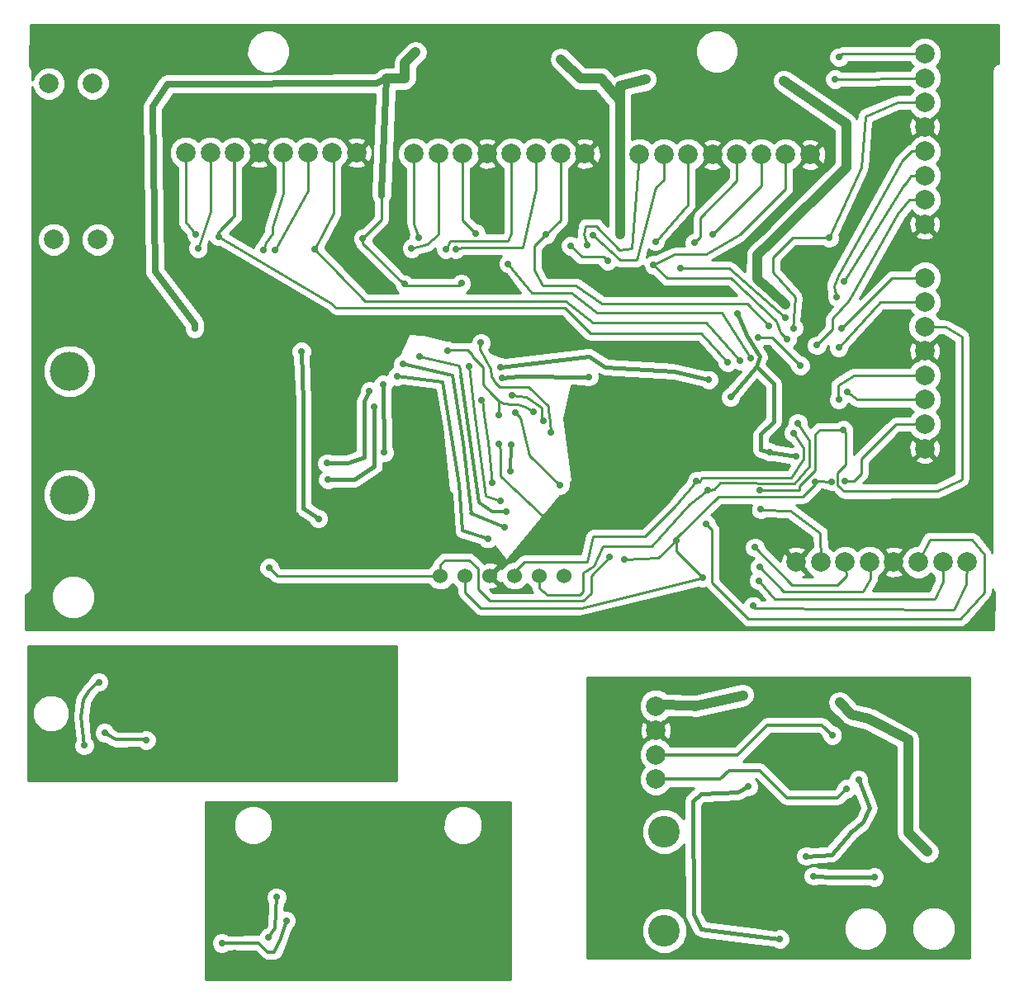
<source format=gbl>
G04 (created by PCBNEW (2013-08-24 BZR 4298)-stable) date Sat 23 Aug 2014 11:13:58 AM PDT*
%MOIN*%
G04 Gerber Fmt 3.4, Leading zero omitted, Abs format*
%FSLAX34Y34*%
G01*
G70*
G90*
G04 APERTURE LIST*
%ADD10C,0.005906*%
%ADD11C,0.078700*%
%ADD12C,0.023622*%
%ADD13R,0.098400X0.098400*%
%ADD14C,0.078740*%
%ADD15C,0.060000*%
%ADD16C,0.011811*%
%ADD17R,0.078740X0.035433*%
%ADD18R,0.035433X0.078740*%
%ADD19C,0.157480*%
%ADD20C,0.127953*%
%ADD21C,0.019685*%
%ADD22R,0.082677X0.082677*%
%ADD23C,0.027559*%
%ADD24C,0.009843*%
%ADD25C,0.039370*%
%ADD26C,0.015748*%
%ADD27C,0.027559*%
%ADD28C,0.019685*%
%ADD29C,0.011811*%
%ADD30C,0.013780*%
%ADD31C,0.010000*%
G04 APERTURE END LIST*
G54D10*
G54D11*
X36811Y-28070D03*
X35039Y-28070D03*
G54D12*
X50003Y-35208D03*
X49703Y-34908D03*
X49703Y-35508D03*
X50303Y-34908D03*
X50303Y-35508D03*
G54D13*
X50003Y-35208D03*
G54D14*
X44311Y-24566D03*
X45295Y-24566D03*
X41358Y-24566D03*
X40374Y-24566D03*
X42342Y-24566D03*
X43326Y-24566D03*
X47263Y-24566D03*
X46279Y-24566D03*
X67972Y-41102D03*
X66988Y-41102D03*
X70925Y-41102D03*
X71909Y-41102D03*
X69940Y-41102D03*
X68956Y-41102D03*
X65019Y-41102D03*
X66003Y-41102D03*
X70196Y-33562D03*
X70196Y-34547D03*
X70196Y-30610D03*
X70196Y-29625D03*
X70196Y-31594D03*
X70196Y-32578D03*
X70196Y-36515D03*
X70196Y-35531D03*
X70196Y-24507D03*
X70196Y-25492D03*
X70196Y-21555D03*
X70196Y-20570D03*
X70196Y-22539D03*
X70196Y-23523D03*
X70196Y-27460D03*
X70196Y-26476D03*
X53523Y-24606D03*
X54507Y-24606D03*
X50570Y-24606D03*
X49586Y-24606D03*
X51555Y-24606D03*
X52539Y-24606D03*
X56476Y-24606D03*
X55492Y-24606D03*
X62618Y-24645D03*
X63602Y-24645D03*
X59665Y-24645D03*
X58681Y-24645D03*
X60649Y-24645D03*
X61633Y-24645D03*
X65570Y-24645D03*
X64586Y-24645D03*
G54D11*
X36614Y-21771D03*
X34842Y-21771D03*
G54D15*
X54641Y-41657D03*
X55641Y-41659D03*
X50649Y-41657D03*
X51649Y-41659D03*
X53645Y-41659D03*
X52645Y-41657D03*
G54D16*
X43031Y-29921D03*
G54D17*
X43031Y-29921D03*
G54D16*
X42755Y-29921D03*
X43307Y-29921D03*
X56594Y-29291D03*
G54D17*
X56594Y-29291D03*
G54D16*
X56318Y-29291D03*
X56870Y-29291D03*
X66102Y-33858D03*
G54D18*
X66102Y-33858D03*
G54D16*
X66102Y-33582D03*
X66102Y-34133D03*
X65413Y-29980D03*
G54D18*
X65413Y-29980D03*
G54D16*
X65413Y-29704D03*
X65413Y-30255D03*
X62129Y-41169D03*
G54D18*
X62129Y-41169D03*
G54D16*
X62129Y-40893D03*
X62129Y-41444D03*
X50393Y-29212D03*
G54D17*
X50393Y-29212D03*
G54D16*
X50118Y-29212D03*
X50669Y-29212D03*
G54D19*
X35681Y-38389D03*
X35681Y-33389D03*
G54D20*
X59685Y-55996D03*
X59685Y-51996D03*
G54D21*
X65590Y-49468D03*
X65364Y-49242D03*
X65364Y-49694D03*
X65816Y-49242D03*
X65816Y-49694D03*
G54D22*
X65590Y-49468D03*
G54D14*
X59340Y-47903D03*
X59340Y-46919D03*
X59340Y-49872D03*
X59340Y-48887D03*
G54D23*
X47519Y-28031D03*
X49212Y-29881D03*
X58070Y-40984D03*
X50944Y-32559D03*
X61244Y-41728D03*
X60165Y-40220D03*
X65763Y-37854D03*
X66444Y-37850D03*
X64015Y-28169D03*
X64586Y-30688D03*
X63503Y-29744D03*
X64507Y-21673D03*
X58937Y-21614D03*
X57952Y-27893D03*
X49645Y-20511D03*
X55511Y-20787D03*
X51496Y-29842D03*
X63937Y-36653D03*
X54409Y-35039D03*
X65000Y-36840D03*
X40728Y-31673D03*
X53011Y-35177D03*
X62362Y-34448D03*
X62637Y-31062D03*
X48334Y-33925D03*
X48385Y-36673D03*
X65409Y-52988D03*
X67529Y-49891D03*
X53070Y-33228D03*
X61476Y-33740D03*
X56633Y-33622D03*
X53149Y-33661D03*
X53070Y-38622D03*
X51811Y-33188D03*
X53661Y-35078D03*
X55472Y-37992D03*
X49409Y-38031D03*
X43425Y-42086D03*
X52992Y-36338D03*
X61338Y-42677D03*
X62062Y-40181D03*
X66160Y-32776D03*
X65472Y-29074D03*
X55452Y-29192D03*
X41299Y-20354D03*
X49212Y-29291D03*
X58503Y-30118D03*
X41968Y-29881D03*
X35590Y-24842D03*
X54015Y-32362D03*
X62933Y-36692D03*
X60393Y-32322D03*
X63070Y-34527D03*
X58602Y-39212D03*
X50196Y-40413D03*
X47755Y-32165D03*
X46889Y-36141D03*
X39133Y-31850D03*
X46082Y-33700D03*
X44901Y-39448D03*
X41112Y-49340D03*
X38780Y-47794D03*
X36387Y-45009D03*
X36702Y-47293D03*
X70324Y-46584D03*
X64488Y-48267D03*
X64212Y-52224D03*
X65940Y-51649D03*
X68238Y-49891D03*
X43720Y-54015D03*
X42342Y-56889D03*
X43188Y-56988D03*
X37096Y-48001D03*
X38769Y-48297D03*
X44035Y-54645D03*
X43720Y-56259D03*
X40787Y-27874D03*
X40866Y-28425D03*
X43503Y-28503D03*
X43976Y-28503D03*
X63267Y-42874D03*
X63503Y-41850D03*
X63543Y-41299D03*
X63346Y-40511D03*
X49763Y-28011D03*
X49488Y-28425D03*
X50866Y-28464D03*
X51259Y-28464D03*
X56574Y-28287D03*
X56791Y-27913D03*
X60905Y-28208D03*
X61653Y-27854D03*
X66732Y-20708D03*
X66574Y-21594D03*
X66653Y-30393D03*
X66929Y-29763D03*
X66838Y-31681D03*
X66724Y-32433D03*
X66724Y-34539D03*
X67066Y-34236D03*
X67037Y-50265D03*
X66466Y-48100D03*
X68159Y-53828D03*
X65712Y-53787D03*
X52755Y-37913D03*
X52322Y-34566D03*
X52559Y-40157D03*
X48897Y-33602D03*
X53228Y-39685D03*
X49133Y-33110D03*
X53307Y-39055D03*
X49803Y-32795D03*
X45728Y-39350D03*
X45039Y-32598D03*
X53464Y-37440D03*
X53503Y-36377D03*
X61456Y-38208D03*
X65070Y-35484D03*
X60984Y-37834D03*
X64905Y-35885D03*
X64566Y-31220D03*
X60354Y-29232D03*
X59330Y-28149D03*
X63917Y-31558D03*
X54921Y-27874D03*
X63188Y-32854D03*
X53385Y-29055D03*
X52086Y-27834D03*
X62755Y-32972D03*
X45590Y-28464D03*
X62244Y-33031D03*
X41692Y-27952D03*
X63582Y-38976D03*
X61381Y-39570D03*
X66978Y-37824D03*
X63543Y-38183D03*
X66909Y-35757D03*
X65846Y-32342D03*
X64901Y-31653D03*
X66338Y-28011D03*
X64645Y-32106D03*
X59251Y-29094D03*
X52283Y-32244D03*
X55118Y-35866D03*
X63464Y-32047D03*
X65177Y-33169D03*
X36860Y-45954D03*
X36269Y-48513D03*
X44429Y-55590D03*
X41830Y-56496D03*
X47783Y-34196D03*
X46074Y-37110D03*
X47984Y-34826D03*
X46114Y-37771D03*
X64346Y-56338D03*
X63070Y-50177D03*
X55905Y-28326D03*
X57401Y-28937D03*
X62864Y-46486D03*
X70314Y-52814D03*
X66761Y-46781D03*
X67942Y-47431D03*
X53543Y-34370D03*
X54803Y-35393D03*
X43740Y-41338D03*
X57480Y-40905D03*
G54D24*
X49192Y-29901D02*
X49212Y-29881D01*
X51649Y-42318D02*
X51649Y-41659D01*
X52283Y-42952D02*
X51649Y-42318D01*
X56338Y-42952D02*
X52283Y-42952D01*
X61259Y-41732D02*
X56338Y-42952D01*
X58070Y-40984D02*
X59444Y-40940D01*
X59444Y-40940D02*
X60165Y-40220D01*
X53011Y-34586D02*
X52716Y-34291D01*
X51929Y-32795D02*
X52362Y-33228D01*
X52362Y-33228D02*
X52362Y-33937D01*
X52362Y-33937D02*
X52716Y-34291D01*
X51732Y-32519D02*
X51929Y-32716D01*
X50984Y-32519D02*
X51732Y-32519D01*
X50944Y-32559D02*
X50984Y-32519D01*
X51929Y-32716D02*
X51929Y-32795D01*
X60165Y-40649D02*
X60165Y-40220D01*
X61244Y-41728D02*
X60165Y-40649D01*
X65763Y-37854D02*
X65763Y-37976D01*
X60165Y-40145D02*
X60165Y-40220D01*
X61858Y-38452D02*
X60165Y-40145D01*
X65287Y-38452D02*
X61858Y-38452D01*
X65763Y-37976D02*
X65287Y-38452D01*
X65906Y-37844D02*
X66444Y-37850D01*
X65906Y-37844D02*
X65763Y-37854D01*
G54D25*
X63996Y-30157D02*
X63503Y-29744D01*
X64586Y-30688D02*
X63996Y-30157D01*
X64507Y-21673D02*
X67027Y-23405D01*
X67027Y-23405D02*
X67027Y-24881D01*
X67027Y-25157D02*
X67027Y-24881D01*
X63444Y-28700D02*
X64015Y-28169D01*
X64015Y-28169D02*
X67027Y-25157D01*
X63437Y-29677D02*
X63444Y-28700D01*
G54D26*
X63437Y-29677D02*
X63503Y-29744D01*
G54D25*
X57893Y-22480D02*
X57893Y-21870D01*
X57893Y-21870D02*
X58937Y-21614D01*
X57144Y-21573D02*
X56297Y-21573D01*
G54D24*
X57952Y-27893D02*
X57893Y-27992D01*
X57893Y-27992D02*
X57893Y-27854D01*
G54D25*
X48464Y-21573D02*
X49212Y-21573D01*
X57893Y-22480D02*
X57893Y-27854D01*
X57144Y-21573D02*
X57893Y-22480D01*
X49212Y-20944D02*
X49212Y-21573D01*
X49645Y-20511D02*
X49212Y-20944D01*
X56297Y-21573D02*
X55511Y-20787D01*
G54D24*
X47519Y-28228D02*
X47519Y-28031D01*
X49212Y-29921D02*
X49192Y-29901D01*
X49192Y-29901D02*
X47519Y-28228D01*
X51417Y-29921D02*
X49212Y-29921D01*
X51496Y-29842D02*
X51417Y-29921D01*
X48275Y-26140D02*
X48275Y-27276D01*
X48275Y-27276D02*
X47519Y-28031D01*
X53011Y-35177D02*
X53011Y-34586D01*
X54078Y-34841D02*
X54409Y-35039D01*
X53781Y-34724D02*
X54078Y-34841D01*
X53543Y-34724D02*
X53781Y-34724D01*
X53192Y-34689D02*
X53543Y-34724D01*
X53011Y-34586D02*
X53192Y-34689D01*
G54D26*
X63582Y-36574D02*
X63582Y-35944D01*
G54D24*
X63396Y-33200D02*
X63396Y-33200D01*
G54D26*
X64094Y-33897D02*
X63396Y-33200D01*
X64094Y-35433D02*
X64094Y-33897D01*
X63582Y-35944D02*
X64094Y-35433D01*
X63937Y-36653D02*
X65000Y-36840D01*
X63582Y-36574D02*
X63937Y-36653D01*
G54D27*
X48464Y-21565D02*
X48464Y-21573D01*
X39133Y-29370D02*
X39027Y-22714D01*
X40728Y-31496D02*
X39133Y-29370D01*
X48070Y-21771D02*
X48464Y-21565D01*
X39630Y-21786D02*
X48070Y-21771D01*
X39027Y-22714D02*
X39630Y-21786D01*
X40728Y-31673D02*
X40728Y-31496D01*
X48464Y-21573D02*
X48275Y-26140D01*
X48275Y-26140D02*
X48267Y-26299D01*
G54D26*
X63396Y-33200D02*
X62362Y-34448D01*
X62637Y-31062D02*
X62992Y-31948D01*
X63543Y-32814D02*
X63396Y-33200D01*
X63543Y-32814D02*
X62992Y-31948D01*
X48334Y-33925D02*
X48385Y-36673D01*
X67212Y-52019D02*
X67212Y-52019D01*
X66433Y-52917D02*
X67212Y-52019D01*
X65409Y-52988D02*
X66433Y-52917D01*
X67211Y-52023D02*
X67212Y-52019D01*
X67212Y-52019D02*
X67692Y-51614D01*
X67972Y-51043D02*
X67529Y-49891D01*
X67692Y-51614D02*
X67972Y-51043D01*
X67211Y-52023D02*
X67211Y-52014D01*
X61476Y-33740D02*
X60078Y-33405D01*
X60078Y-33405D02*
X57303Y-33228D01*
X57303Y-33228D02*
X56653Y-32795D01*
X56653Y-32795D02*
X53070Y-33228D01*
X53149Y-33661D02*
X53818Y-33582D01*
X53818Y-33582D02*
X56633Y-33622D01*
G54D24*
X53070Y-38622D02*
X52480Y-38425D01*
X52480Y-38425D02*
X52007Y-35000D01*
X52007Y-35000D02*
X51811Y-33188D01*
X55472Y-37992D02*
X54251Y-36811D01*
X54251Y-36811D02*
X53877Y-35275D01*
X53877Y-35275D02*
X53661Y-35078D01*
X53070Y-37637D02*
X55354Y-39763D01*
X53070Y-36574D02*
X53070Y-37637D01*
X52992Y-36338D02*
X53070Y-36574D01*
X54015Y-32362D02*
X54015Y-32381D01*
X58602Y-39212D02*
X58602Y-39202D01*
G54D28*
X47755Y-32165D02*
X47755Y-32125D01*
G54D27*
X46889Y-36141D02*
X46889Y-36153D01*
G54D29*
X36702Y-47293D02*
X36663Y-47253D01*
G54D25*
X70364Y-46624D02*
X70442Y-46624D01*
X70324Y-46584D02*
X70364Y-46624D01*
G54D26*
X64212Y-52224D02*
X64228Y-52208D01*
G54D29*
X43188Y-56988D02*
X43149Y-57027D01*
X37529Y-48277D02*
X38809Y-48257D01*
X37096Y-48001D02*
X37529Y-48277D01*
X38809Y-48257D02*
X38769Y-48297D01*
X43976Y-55905D02*
X44035Y-54645D01*
X43720Y-56259D02*
X43976Y-55905D01*
G54D24*
X40374Y-27381D02*
X40374Y-24566D01*
X40787Y-27874D02*
X40374Y-27381D01*
X41358Y-26948D02*
X41358Y-24566D01*
X40866Y-28425D02*
X41358Y-26948D01*
X44311Y-26200D02*
X44311Y-24566D01*
X43858Y-27559D02*
X44311Y-26200D01*
X43858Y-27834D02*
X43858Y-27559D01*
X43622Y-28188D02*
X43858Y-27834D01*
X43503Y-28503D02*
X43622Y-28188D01*
X45295Y-26082D02*
X45295Y-24566D01*
X43976Y-28503D02*
X45295Y-26082D01*
X63267Y-42874D02*
X63346Y-42952D01*
X63346Y-42952D02*
X71377Y-43031D01*
X71377Y-43031D02*
X71889Y-42007D01*
X71909Y-41102D02*
X71889Y-42007D01*
X70925Y-41889D02*
X70925Y-41102D01*
X70602Y-42586D02*
X70925Y-41889D01*
X64149Y-42586D02*
X70602Y-42586D01*
X63503Y-41850D02*
X64149Y-42586D01*
X68011Y-41751D02*
X67972Y-41102D01*
X67708Y-42303D02*
X68011Y-41751D01*
X64519Y-42303D02*
X67708Y-42303D01*
X63543Y-41299D02*
X64519Y-42303D01*
X67047Y-41653D02*
X66988Y-41102D01*
X66673Y-42047D02*
X67047Y-41653D01*
X64834Y-42027D02*
X66673Y-42047D01*
X63346Y-40511D02*
X64834Y-42027D01*
X49586Y-24606D02*
X49586Y-27421D01*
X49586Y-27421D02*
X49763Y-28011D01*
X50570Y-27854D02*
X50570Y-24606D01*
X49488Y-28425D02*
X50118Y-28279D01*
X50118Y-28279D02*
X50570Y-27854D01*
X53523Y-25610D02*
X53523Y-24606D01*
X53523Y-27834D02*
X53523Y-25610D01*
X53385Y-28129D02*
X53523Y-27834D01*
X51043Y-28129D02*
X53385Y-28129D01*
X50905Y-28425D02*
X51043Y-28129D01*
X50866Y-28464D02*
X50905Y-28425D01*
X54507Y-26043D02*
X54507Y-24606D01*
X53976Y-28385D02*
X54507Y-26043D01*
X51535Y-28385D02*
X53976Y-28385D01*
X51259Y-28464D02*
X51535Y-28385D01*
X58366Y-28444D02*
X58681Y-24645D01*
X56515Y-27519D02*
X56948Y-27519D01*
X56948Y-27519D02*
X57874Y-28484D01*
X57874Y-28484D02*
X58366Y-28444D01*
X56456Y-27854D02*
X56515Y-27519D01*
X56574Y-28287D02*
X56456Y-27854D01*
X59665Y-25649D02*
X59665Y-24645D01*
X59350Y-25964D02*
X59665Y-25649D01*
X58582Y-28897D02*
X59350Y-25964D01*
X56791Y-27913D02*
X57893Y-28897D01*
X57893Y-28897D02*
X58582Y-28897D01*
X62618Y-25708D02*
X62618Y-24645D01*
X61141Y-27185D02*
X62618Y-25708D01*
X61141Y-27972D02*
X61141Y-27185D01*
X60905Y-28208D02*
X61141Y-27972D01*
X63602Y-25905D02*
X63602Y-24645D01*
X61653Y-27854D02*
X63602Y-25905D01*
X66870Y-20570D02*
X70196Y-20570D01*
X66732Y-20708D02*
X66870Y-20570D01*
X66574Y-21594D02*
X70196Y-21555D01*
X69212Y-25039D02*
X69311Y-24862D01*
X66574Y-30137D02*
X66535Y-29960D01*
X66535Y-29960D02*
X66692Y-29527D01*
X66692Y-29527D02*
X69212Y-25039D01*
X66653Y-30393D02*
X66574Y-30137D01*
X69665Y-24507D02*
X70196Y-24507D01*
X69311Y-24862D02*
X69665Y-24507D01*
X69350Y-25905D02*
X69429Y-25787D01*
X66929Y-29763D02*
X69350Y-25905D01*
X69645Y-25492D02*
X70196Y-25492D01*
X69429Y-25787D02*
X69645Y-25492D01*
X68868Y-29625D02*
X70196Y-29625D01*
X66838Y-31681D02*
X68868Y-29625D01*
X68395Y-30610D02*
X70196Y-30610D01*
X66724Y-32433D02*
X68395Y-30610D01*
X67342Y-33562D02*
X70196Y-33562D01*
X66698Y-33954D02*
X67342Y-33562D01*
X66698Y-34220D02*
X66698Y-33954D01*
X66724Y-34539D02*
X66698Y-34220D01*
X67460Y-34547D02*
X70196Y-34547D01*
X67066Y-34236D02*
X67460Y-34547D01*
G54D30*
X61938Y-49872D02*
X59340Y-49872D01*
X62293Y-49517D02*
X61938Y-49872D01*
X63533Y-49517D02*
X62293Y-49517D01*
X64635Y-50620D02*
X63533Y-49517D01*
X66683Y-50620D02*
X64635Y-50620D01*
X67037Y-50265D02*
X66683Y-50620D01*
X62647Y-48887D02*
X59340Y-48887D01*
X63848Y-47687D02*
X62647Y-48887D01*
X66053Y-47687D02*
X63848Y-47687D01*
X66466Y-48100D02*
X66053Y-47687D01*
G54D26*
X68159Y-53828D02*
X67824Y-53828D01*
X66551Y-53846D02*
X67824Y-53828D01*
X65712Y-53787D02*
X66551Y-53846D01*
X52322Y-34566D02*
X52326Y-34522D01*
G54D24*
X52326Y-34522D02*
X52401Y-35157D01*
X52401Y-35157D02*
X52578Y-36259D01*
X52578Y-36259D02*
X52755Y-37913D01*
G54D29*
X52559Y-40157D02*
X51536Y-39842D01*
X51536Y-39842D02*
X51421Y-37964D01*
X51421Y-37964D02*
X50748Y-33838D01*
X50748Y-33838D02*
X48897Y-33602D01*
X53228Y-39685D02*
X51889Y-39133D01*
X51909Y-39153D02*
X51562Y-36283D01*
X51141Y-33562D02*
X49133Y-33110D01*
X51562Y-36283D02*
X51141Y-33562D01*
X53307Y-39055D02*
X52755Y-39055D01*
X52755Y-39055D02*
X52204Y-38700D01*
X52204Y-38700D02*
X51484Y-33551D01*
G54D24*
X51419Y-33162D02*
X49803Y-32795D01*
X51484Y-33551D02*
X51419Y-33162D01*
X45728Y-39350D02*
X45685Y-39307D01*
G54D26*
X45122Y-38917D02*
X45122Y-34657D01*
X45685Y-39307D02*
X45122Y-38917D01*
X45122Y-34657D02*
X45039Y-32598D01*
G54D29*
X53464Y-37440D02*
X53503Y-36377D01*
G54D24*
X54641Y-41657D02*
X54641Y-42161D01*
X60708Y-38779D02*
X61456Y-38208D01*
X59173Y-40472D02*
X60708Y-38779D01*
X57204Y-40472D02*
X59173Y-40472D01*
X56850Y-41259D02*
X57204Y-40472D01*
X56417Y-41535D02*
X56850Y-41259D01*
X56259Y-42421D02*
X56417Y-42283D01*
X56417Y-42283D02*
X56417Y-41535D01*
X54960Y-42421D02*
X56259Y-42421D01*
X54641Y-42161D02*
X54960Y-42421D01*
X65070Y-35484D02*
X65541Y-36190D01*
X65541Y-36190D02*
X65541Y-37234D01*
X65541Y-37234D02*
X64940Y-37938D01*
X64940Y-37938D02*
X61948Y-37913D01*
X61948Y-37913D02*
X61712Y-38149D01*
X61515Y-38188D02*
X61712Y-38149D01*
X61456Y-38208D02*
X61515Y-38188D01*
X60984Y-37834D02*
X60708Y-38149D01*
X53645Y-41511D02*
X53645Y-41659D01*
X54055Y-41102D02*
X53645Y-41511D01*
X56574Y-41102D02*
X54055Y-41102D01*
X56811Y-40078D02*
X56574Y-41102D01*
X58897Y-40078D02*
X56811Y-40078D01*
X60118Y-38858D02*
X58897Y-40078D01*
X60472Y-38425D02*
X60118Y-38858D01*
X60708Y-38149D02*
X60472Y-38425D01*
X65295Y-36496D02*
X64905Y-35885D01*
X65295Y-36948D02*
X65295Y-36496D01*
X64818Y-37704D02*
X65295Y-36948D01*
X61106Y-37850D02*
X61220Y-37693D01*
X61220Y-37693D02*
X64818Y-37704D01*
X60984Y-37834D02*
X61106Y-37850D01*
X62294Y-29232D02*
X60354Y-29232D01*
X62294Y-29232D02*
X64566Y-31220D01*
X60649Y-26653D02*
X60649Y-24645D01*
X59330Y-28149D02*
X60649Y-26653D01*
X54921Y-27874D02*
X54448Y-28346D01*
X54448Y-29291D02*
X54448Y-28346D01*
X54763Y-29921D02*
X54448Y-29291D01*
X56102Y-29921D02*
X54763Y-29921D01*
X57165Y-30669D02*
X56102Y-29921D01*
X63028Y-30669D02*
X57165Y-30669D01*
X63028Y-30669D02*
X63917Y-31558D01*
X55492Y-27303D02*
X55492Y-24606D01*
X54921Y-27874D02*
X55492Y-27303D01*
X55944Y-30236D02*
X54330Y-30236D01*
X56968Y-31023D02*
X55944Y-30236D01*
X58346Y-31023D02*
X56968Y-31023D01*
X62007Y-31023D02*
X58346Y-31023D01*
X63188Y-32854D02*
X62007Y-31023D01*
X53385Y-29055D02*
X53385Y-29055D01*
X54330Y-30236D02*
X53385Y-29055D01*
X51555Y-24606D02*
X51555Y-27303D01*
X51555Y-27303D02*
X52086Y-27834D01*
X62755Y-32972D02*
X61377Y-31417D01*
X61377Y-31417D02*
X56811Y-31417D01*
X56811Y-31417D02*
X55708Y-30551D01*
X55708Y-30551D02*
X47598Y-30551D01*
X47598Y-30551D02*
X45590Y-28464D01*
X45590Y-28464D02*
X46338Y-27007D01*
X46338Y-24625D02*
X46279Y-24566D01*
X46338Y-27007D02*
X46338Y-24625D01*
G54D29*
X41692Y-27952D02*
X41692Y-27795D01*
X42342Y-27145D02*
X42342Y-24566D01*
X41692Y-27795D02*
X42342Y-27145D01*
G54D24*
X46220Y-30629D02*
X41692Y-27952D01*
X46456Y-30826D02*
X46220Y-30629D01*
X55669Y-30826D02*
X46456Y-30826D01*
X56692Y-31850D02*
X55669Y-30826D01*
X61181Y-31850D02*
X56692Y-31850D01*
X62244Y-33031D02*
X61181Y-31850D01*
X65984Y-39921D02*
X66003Y-41102D01*
X63582Y-38976D02*
X63598Y-38992D01*
X63598Y-38992D02*
X64763Y-39035D01*
X64763Y-39035D02*
X65984Y-39921D01*
X70404Y-40194D02*
X72103Y-40194D01*
X61614Y-39803D02*
X61381Y-39570D01*
X61614Y-41929D02*
X61614Y-39803D01*
X63090Y-43405D02*
X61614Y-41929D01*
X71653Y-43405D02*
X63090Y-43405D01*
X72598Y-42322D02*
X71653Y-43405D01*
X72598Y-40787D02*
X72598Y-42322D01*
X72103Y-40194D02*
X72598Y-40787D01*
X70404Y-40194D02*
X69940Y-41102D01*
X70196Y-35531D02*
X69045Y-35531D01*
X67332Y-37824D02*
X66978Y-37824D01*
X67627Y-37529D02*
X67332Y-37824D01*
X67627Y-36948D02*
X67627Y-37529D01*
X69045Y-35531D02*
X67627Y-36948D01*
X65145Y-38200D02*
X65145Y-38035D01*
X65145Y-38035D02*
X65787Y-37393D01*
X65787Y-37393D02*
X65787Y-35929D01*
X65787Y-35929D02*
X65958Y-35757D01*
X65958Y-35757D02*
X66909Y-35757D01*
X63560Y-38200D02*
X65145Y-38200D01*
X63543Y-38183D02*
X63560Y-38200D01*
X71043Y-31614D02*
X70196Y-31594D01*
X71692Y-31988D02*
X71043Y-31614D01*
X71692Y-37755D02*
X71692Y-35826D01*
X71692Y-35826D02*
X71692Y-31988D01*
X70708Y-38228D02*
X71692Y-37755D01*
X66948Y-38248D02*
X70708Y-38228D01*
X66683Y-37982D02*
X66948Y-38248D01*
X66683Y-37509D02*
X66683Y-37982D01*
X67017Y-37175D02*
X66683Y-37509D01*
X67017Y-35866D02*
X67017Y-37175D01*
X66909Y-35757D02*
X67017Y-35866D01*
X70196Y-26476D02*
X69566Y-26476D01*
X69114Y-27047D02*
X69566Y-26476D01*
X67145Y-30531D02*
X69114Y-27047D01*
X66476Y-31279D02*
X67145Y-30531D01*
X66476Y-31712D02*
X66476Y-31279D01*
X66476Y-31712D02*
X65846Y-32342D01*
X64862Y-28011D02*
X66338Y-28011D01*
X64074Y-28799D02*
X64862Y-28011D01*
X64074Y-29409D02*
X64074Y-28799D01*
X64960Y-30393D02*
X64074Y-29409D01*
X64862Y-31692D02*
X64960Y-30393D01*
X64901Y-31653D02*
X64862Y-31692D01*
X69114Y-22539D02*
X70196Y-22539D01*
X67795Y-23090D02*
X69114Y-22539D01*
X67627Y-25153D02*
X67795Y-23090D01*
X66338Y-28011D02*
X67627Y-25153D01*
X59803Y-29645D02*
X59251Y-29094D01*
X62381Y-29645D02*
X59803Y-29645D01*
X64212Y-31377D02*
X62381Y-29645D01*
X64370Y-31830D02*
X64212Y-31377D01*
X64645Y-32106D02*
X64370Y-31830D01*
X64586Y-26023D02*
X64586Y-24645D01*
X59251Y-29094D02*
X60118Y-28681D01*
X60118Y-28681D02*
X61358Y-28661D01*
X61358Y-28661D02*
X62736Y-27874D01*
X62736Y-27874D02*
X64586Y-26023D01*
X52224Y-32500D02*
X52283Y-32244D01*
X52677Y-33307D02*
X52224Y-32500D01*
X52716Y-33582D02*
X52677Y-33307D01*
X52874Y-33858D02*
X52716Y-33582D01*
X53051Y-34015D02*
X52874Y-33858D01*
X54212Y-34015D02*
X53051Y-34015D01*
X55000Y-34803D02*
X54212Y-34015D01*
X55000Y-34960D02*
X55000Y-34803D01*
X55039Y-35196D02*
X55000Y-34960D01*
X55078Y-35433D02*
X55039Y-35196D01*
X55118Y-35866D02*
X55078Y-35433D01*
X63464Y-32047D02*
X63484Y-32027D01*
X63484Y-32027D02*
X64035Y-32027D01*
X64035Y-32027D02*
X65177Y-33169D01*
G54D29*
X36466Y-46309D02*
X36230Y-46663D01*
X36860Y-45954D02*
X36702Y-46072D01*
X36702Y-46072D02*
X36466Y-46309D01*
X36151Y-47372D02*
X36269Y-48513D01*
X36230Y-46663D02*
X36151Y-47372D01*
X44192Y-56299D02*
X44429Y-55590D01*
X43956Y-56850D02*
X44192Y-56299D01*
X43681Y-56850D02*
X43956Y-56850D01*
X41830Y-56496D02*
X43323Y-56492D01*
X43323Y-56492D02*
X43681Y-56850D01*
G54D26*
X46905Y-37110D02*
X46074Y-37110D01*
X47586Y-36850D02*
X46905Y-37110D01*
X47586Y-34598D02*
X47586Y-36850D01*
X47783Y-34196D02*
X47586Y-34598D01*
X47173Y-37771D02*
X46114Y-37771D01*
X47988Y-37228D02*
X47173Y-37771D01*
X47968Y-34842D02*
X47988Y-37228D01*
G54D24*
X47984Y-34826D02*
X47968Y-34842D01*
G54D26*
X60858Y-55322D02*
X60834Y-50759D01*
X61157Y-55921D02*
X60858Y-55322D01*
X63228Y-56208D02*
X61157Y-55921D01*
X64346Y-56338D02*
X63228Y-56208D01*
X63070Y-50177D02*
X62637Y-50413D01*
X62637Y-50413D02*
X61165Y-50460D01*
X61165Y-50460D02*
X60834Y-50759D01*
G54D24*
X56358Y-28779D02*
X55905Y-28326D01*
X57244Y-28779D02*
X56358Y-28779D01*
X57401Y-28937D02*
X57244Y-28779D01*
G54D25*
X60954Y-46899D02*
X59320Y-46860D01*
G54D26*
X60962Y-46927D02*
X60915Y-46919D01*
G54D25*
X60915Y-46919D02*
X62864Y-46486D01*
X69527Y-48277D02*
X67942Y-47431D01*
X69527Y-52027D02*
X69527Y-48277D01*
X70314Y-52814D02*
X69527Y-52027D01*
X67942Y-47431D02*
X67234Y-47253D01*
X67234Y-47253D02*
X66761Y-46781D01*
G54D24*
X54094Y-34448D02*
X53543Y-34370D01*
X54803Y-35393D02*
X54724Y-35314D01*
X54724Y-35314D02*
X54724Y-34881D01*
X54724Y-34881D02*
X54094Y-34448D01*
X53543Y-34370D02*
X53543Y-34370D01*
X50649Y-41657D02*
X44059Y-41657D01*
X44059Y-41657D02*
X43740Y-41338D01*
X50649Y-41200D02*
X50649Y-41657D01*
X50826Y-41023D02*
X50649Y-41200D01*
X51811Y-41023D02*
X50826Y-41023D01*
X52165Y-41377D02*
X51811Y-41023D01*
X52165Y-42204D02*
X52165Y-41377D01*
X52637Y-42677D02*
X52165Y-42204D01*
X56417Y-42677D02*
X52637Y-42677D01*
X56732Y-42362D02*
X56417Y-42677D01*
X56732Y-41653D02*
X56732Y-42362D01*
X57480Y-40905D02*
X56732Y-41653D01*
G54D10*
G36*
X65672Y-41701D02*
X65277Y-41696D01*
X65363Y-41661D01*
X65402Y-41556D01*
X65019Y-41173D01*
X65014Y-41178D01*
X64943Y-41107D01*
X64948Y-41102D01*
X64565Y-40719D01*
X64460Y-40758D01*
X64371Y-40998D01*
X64374Y-41080D01*
X63770Y-40464D01*
X63770Y-40427D01*
X63706Y-40271D01*
X63586Y-40152D01*
X63431Y-40087D01*
X63262Y-40087D01*
X63106Y-40152D01*
X62987Y-40271D01*
X62922Y-40427D01*
X62922Y-40595D01*
X62986Y-40751D01*
X63105Y-40871D01*
X63261Y-40935D01*
X63292Y-40935D01*
X63299Y-40943D01*
X63184Y-41058D01*
X63119Y-41214D01*
X63119Y-41383D01*
X63183Y-41539D01*
X63199Y-41555D01*
X63144Y-41609D01*
X63079Y-41765D01*
X63079Y-41934D01*
X63144Y-42090D01*
X63263Y-42209D01*
X63419Y-42274D01*
X63429Y-42274D01*
X63733Y-42621D01*
X63613Y-42619D01*
X63508Y-42514D01*
X63352Y-42450D01*
X63183Y-42449D01*
X63027Y-42514D01*
X62908Y-42633D01*
X62874Y-42715D01*
X61949Y-41790D01*
X61949Y-39803D01*
X61924Y-39674D01*
X61851Y-39565D01*
X61805Y-39520D01*
X61805Y-39486D01*
X61741Y-39330D01*
X61622Y-39211D01*
X61588Y-39197D01*
X61997Y-38788D01*
X63201Y-38788D01*
X63158Y-38891D01*
X63158Y-39060D01*
X63223Y-39216D01*
X63342Y-39335D01*
X63497Y-39400D01*
X63666Y-39400D01*
X63822Y-39336D01*
X64649Y-39366D01*
X65651Y-40094D01*
X65658Y-40509D01*
X65619Y-40525D01*
X65427Y-40716D01*
X65402Y-40777D01*
X65402Y-40648D01*
X65363Y-40543D01*
X65123Y-40454D01*
X64867Y-40463D01*
X64675Y-40543D01*
X64636Y-40648D01*
X65019Y-41031D01*
X65402Y-40648D01*
X65402Y-40777D01*
X65393Y-40799D01*
X65090Y-41102D01*
X65393Y-41405D01*
X65427Y-41487D01*
X65618Y-41678D01*
X65672Y-41701D01*
X65672Y-41701D01*
G37*
G54D31*
X65672Y-41701D02*
X65277Y-41696D01*
X65363Y-41661D01*
X65402Y-41556D01*
X65019Y-41173D01*
X65014Y-41178D01*
X64943Y-41107D01*
X64948Y-41102D01*
X64565Y-40719D01*
X64460Y-40758D01*
X64371Y-40998D01*
X64374Y-41080D01*
X63770Y-40464D01*
X63770Y-40427D01*
X63706Y-40271D01*
X63586Y-40152D01*
X63431Y-40087D01*
X63262Y-40087D01*
X63106Y-40152D01*
X62987Y-40271D01*
X62922Y-40427D01*
X62922Y-40595D01*
X62986Y-40751D01*
X63105Y-40871D01*
X63261Y-40935D01*
X63292Y-40935D01*
X63299Y-40943D01*
X63184Y-41058D01*
X63119Y-41214D01*
X63119Y-41383D01*
X63183Y-41539D01*
X63199Y-41555D01*
X63144Y-41609D01*
X63079Y-41765D01*
X63079Y-41934D01*
X63144Y-42090D01*
X63263Y-42209D01*
X63419Y-42274D01*
X63429Y-42274D01*
X63733Y-42621D01*
X63613Y-42619D01*
X63508Y-42514D01*
X63352Y-42450D01*
X63183Y-42449D01*
X63027Y-42514D01*
X62908Y-42633D01*
X62874Y-42715D01*
X61949Y-41790D01*
X61949Y-39803D01*
X61924Y-39674D01*
X61851Y-39565D01*
X61805Y-39520D01*
X61805Y-39486D01*
X61741Y-39330D01*
X61622Y-39211D01*
X61588Y-39197D01*
X61997Y-38788D01*
X63201Y-38788D01*
X63158Y-38891D01*
X63158Y-39060D01*
X63223Y-39216D01*
X63342Y-39335D01*
X63497Y-39400D01*
X63666Y-39400D01*
X63822Y-39336D01*
X64649Y-39366D01*
X65651Y-40094D01*
X65658Y-40509D01*
X65619Y-40525D01*
X65427Y-40716D01*
X65402Y-40777D01*
X65402Y-40648D01*
X65363Y-40543D01*
X65123Y-40454D01*
X64867Y-40463D01*
X64675Y-40543D01*
X64636Y-40648D01*
X65019Y-41031D01*
X65402Y-40648D01*
X65402Y-40777D01*
X65393Y-40799D01*
X65090Y-41102D01*
X65393Y-41405D01*
X65427Y-41487D01*
X65618Y-41678D01*
X65672Y-41701D01*
G54D10*
G36*
X73175Y-19400D02*
X73163Y-20966D01*
X73111Y-20977D01*
X73012Y-21043D01*
X72945Y-21142D01*
X72922Y-21259D01*
X72922Y-40723D01*
X72918Y-40687D01*
X72911Y-40674D01*
X72908Y-40659D01*
X72880Y-40616D01*
X72856Y-40572D01*
X72361Y-39979D01*
X72349Y-39969D01*
X72340Y-39957D01*
X72298Y-39929D01*
X72259Y-39897D01*
X72244Y-39892D01*
X72232Y-39884D01*
X72182Y-39874D01*
X72134Y-39860D01*
X72118Y-39861D01*
X72103Y-39858D01*
X70404Y-39858D01*
X70353Y-39869D01*
X70301Y-39875D01*
X70289Y-39881D01*
X70276Y-39884D01*
X70232Y-39913D01*
X70187Y-39939D01*
X70178Y-39949D01*
X70167Y-39957D01*
X70138Y-40000D01*
X70106Y-40041D01*
X69911Y-40422D01*
X69806Y-40422D01*
X69556Y-40525D01*
X69364Y-40716D01*
X69339Y-40777D01*
X69339Y-40648D01*
X69300Y-40543D01*
X69060Y-40454D01*
X68804Y-40463D01*
X68612Y-40543D01*
X68573Y-40648D01*
X68956Y-41031D01*
X69339Y-40648D01*
X69339Y-40777D01*
X69330Y-40799D01*
X69027Y-41102D01*
X69330Y-41405D01*
X69364Y-41487D01*
X69555Y-41678D01*
X69805Y-41782D01*
X70075Y-41782D01*
X70325Y-41679D01*
X70433Y-41571D01*
X70539Y-41678D01*
X70589Y-41699D01*
X70589Y-41815D01*
X70388Y-42251D01*
X69339Y-42251D01*
X69339Y-41556D01*
X68956Y-41173D01*
X68573Y-41556D01*
X68612Y-41661D01*
X68852Y-41750D01*
X69108Y-41740D01*
X69300Y-41661D01*
X69339Y-41556D01*
X69339Y-42251D01*
X68120Y-42251D01*
X68305Y-41913D01*
X68314Y-41886D01*
X68328Y-41861D01*
X68333Y-41824D01*
X68345Y-41788D01*
X68342Y-41760D01*
X68346Y-41731D01*
X68343Y-41684D01*
X68357Y-41679D01*
X68548Y-41488D01*
X68582Y-41405D01*
X68885Y-41102D01*
X68582Y-40799D01*
X68549Y-40717D01*
X68358Y-40526D01*
X68108Y-40422D01*
X67837Y-40422D01*
X67587Y-40525D01*
X67480Y-40632D01*
X67373Y-40526D01*
X67124Y-40422D01*
X66853Y-40422D01*
X66603Y-40525D01*
X66496Y-40632D01*
X66389Y-40526D01*
X66329Y-40501D01*
X66319Y-39915D01*
X66314Y-39892D01*
X66315Y-39868D01*
X66300Y-39829D01*
X66291Y-39787D01*
X66278Y-39768D01*
X66270Y-39745D01*
X66241Y-39714D01*
X66217Y-39680D01*
X66197Y-39667D01*
X66181Y-39649D01*
X64994Y-38788D01*
X65287Y-38788D01*
X65415Y-38762D01*
X65524Y-38689D01*
X65998Y-38216D01*
X66003Y-38214D01*
X66036Y-38181D01*
X66177Y-38182D01*
X66204Y-38209D01*
X66360Y-38274D01*
X66500Y-38274D01*
X66711Y-38485D01*
X66712Y-38485D01*
X66712Y-38486D01*
X66766Y-38522D01*
X66820Y-38557D01*
X66821Y-38558D01*
X66822Y-38558D01*
X66885Y-38570D01*
X66948Y-38583D01*
X66949Y-38583D01*
X66950Y-38583D01*
X70710Y-38563D01*
X70718Y-38562D01*
X70727Y-38563D01*
X70782Y-38549D01*
X70838Y-38537D01*
X70845Y-38532D01*
X70853Y-38530D01*
X71838Y-38058D01*
X71883Y-38024D01*
X71930Y-37993D01*
X71935Y-37985D01*
X71942Y-37979D01*
X71971Y-37931D01*
X72002Y-37884D01*
X72004Y-37875D01*
X72009Y-37867D01*
X72017Y-37811D01*
X72028Y-37755D01*
X72028Y-35826D01*
X72028Y-31988D01*
X72019Y-31944D01*
X72016Y-31900D01*
X72007Y-31881D01*
X72002Y-31859D01*
X71978Y-31823D01*
X71958Y-31783D01*
X71942Y-31769D01*
X71930Y-31751D01*
X71893Y-31726D01*
X71860Y-31697D01*
X71210Y-31323D01*
X71193Y-31317D01*
X71178Y-31307D01*
X71132Y-31296D01*
X71086Y-31281D01*
X71068Y-31282D01*
X71051Y-31278D01*
X70799Y-31272D01*
X70773Y-31209D01*
X70666Y-31102D01*
X70772Y-30995D01*
X70876Y-30746D01*
X70876Y-30475D01*
X70773Y-30225D01*
X70666Y-30118D01*
X70772Y-30011D01*
X70876Y-29761D01*
X70876Y-29491D01*
X70844Y-29413D01*
X70844Y-27564D01*
X70835Y-27308D01*
X70755Y-27116D01*
X70650Y-27077D01*
X70267Y-27460D01*
X70650Y-27843D01*
X70755Y-27804D01*
X70844Y-27564D01*
X70844Y-29413D01*
X70773Y-29241D01*
X70582Y-29049D01*
X70579Y-29048D01*
X70579Y-27914D01*
X70196Y-27531D01*
X70126Y-27602D01*
X70126Y-27460D01*
X69743Y-27077D01*
X69638Y-27116D01*
X69548Y-27356D01*
X69558Y-27612D01*
X69638Y-27804D01*
X69743Y-27843D01*
X70126Y-27460D01*
X70126Y-27602D01*
X69813Y-27914D01*
X69852Y-28019D01*
X70092Y-28108D01*
X70348Y-28099D01*
X70541Y-28019D01*
X70579Y-27914D01*
X70579Y-29048D01*
X70332Y-28946D01*
X70062Y-28945D01*
X69812Y-29049D01*
X69620Y-29240D01*
X69599Y-29290D01*
X68868Y-29290D01*
X68867Y-29290D01*
X68866Y-29290D01*
X68802Y-29303D01*
X68739Y-29316D01*
X68738Y-29316D01*
X68737Y-29316D01*
X68684Y-29353D01*
X68630Y-29388D01*
X68630Y-29389D01*
X68629Y-29390D01*
X67569Y-30464D01*
X69393Y-27235D01*
X69659Y-26900D01*
X69811Y-27052D01*
X69893Y-27086D01*
X70196Y-27389D01*
X70499Y-27086D01*
X70581Y-27053D01*
X70772Y-26862D01*
X70876Y-26612D01*
X70876Y-26341D01*
X70773Y-26091D01*
X70666Y-25984D01*
X70772Y-25877D01*
X70876Y-25627D01*
X70876Y-25357D01*
X70773Y-25107D01*
X70666Y-24999D01*
X70772Y-24893D01*
X70876Y-24643D01*
X70876Y-24373D01*
X70844Y-24295D01*
X70844Y-23627D01*
X70835Y-23371D01*
X70755Y-23179D01*
X70650Y-23140D01*
X70267Y-23523D01*
X70650Y-23906D01*
X70755Y-23867D01*
X70844Y-23627D01*
X70844Y-24295D01*
X70773Y-24123D01*
X70582Y-23931D01*
X70500Y-23897D01*
X70196Y-23594D01*
X70126Y-23665D01*
X70126Y-23523D01*
X69743Y-23140D01*
X69638Y-23179D01*
X69548Y-23419D01*
X69558Y-23675D01*
X69638Y-23867D01*
X69743Y-23906D01*
X70126Y-23523D01*
X70126Y-23665D01*
X69893Y-23897D01*
X69812Y-23931D01*
X69620Y-24122D01*
X69594Y-24186D01*
X69536Y-24197D01*
X69428Y-24270D01*
X69073Y-24625D01*
X69047Y-24663D01*
X69017Y-24699D01*
X68919Y-24875D01*
X66400Y-29363D01*
X66391Y-29389D01*
X66377Y-29412D01*
X66220Y-29845D01*
X66215Y-29875D01*
X66205Y-29902D01*
X66205Y-29939D01*
X66200Y-29975D01*
X66207Y-30003D01*
X66207Y-30033D01*
X66247Y-30210D01*
X66252Y-30222D01*
X66254Y-30236D01*
X66256Y-30244D01*
X66229Y-30308D01*
X66229Y-30477D01*
X66293Y-30633D01*
X66413Y-30752D01*
X66474Y-30778D01*
X66226Y-31055D01*
X66197Y-31104D01*
X66166Y-31151D01*
X66164Y-31160D01*
X66159Y-31168D01*
X66151Y-31224D01*
X66140Y-31279D01*
X66140Y-31573D01*
X65796Y-31918D01*
X65762Y-31918D01*
X65606Y-31982D01*
X65487Y-32102D01*
X65422Y-32257D01*
X65422Y-32426D01*
X65486Y-32582D01*
X65605Y-32701D01*
X65761Y-32766D01*
X65930Y-32766D01*
X66086Y-32702D01*
X66205Y-32583D01*
X66270Y-32427D01*
X66270Y-32392D01*
X66300Y-32362D01*
X66300Y-32517D01*
X66364Y-32672D01*
X66483Y-32792D01*
X66639Y-32857D01*
X66808Y-32857D01*
X66964Y-32792D01*
X67083Y-32673D01*
X67148Y-32517D01*
X67148Y-32466D01*
X68543Y-30945D01*
X69599Y-30945D01*
X69620Y-30994D01*
X69727Y-31102D01*
X69620Y-31208D01*
X69517Y-31458D01*
X69516Y-31729D01*
X69620Y-31979D01*
X69811Y-32170D01*
X69893Y-32204D01*
X70196Y-32508D01*
X70499Y-32204D01*
X70581Y-32171D01*
X70772Y-31980D01*
X70788Y-31943D01*
X70950Y-31947D01*
X71357Y-32182D01*
X71357Y-35826D01*
X71357Y-37544D01*
X70844Y-37790D01*
X70844Y-36619D01*
X70835Y-36363D01*
X70755Y-36171D01*
X70650Y-36132D01*
X70267Y-36515D01*
X70650Y-36898D01*
X70755Y-36859D01*
X70844Y-36619D01*
X70844Y-37790D01*
X70631Y-37893D01*
X70579Y-37893D01*
X70579Y-36969D01*
X70196Y-36586D01*
X70126Y-36657D01*
X70126Y-36515D01*
X69743Y-36132D01*
X69638Y-36171D01*
X69548Y-36411D01*
X69558Y-36667D01*
X69638Y-36859D01*
X69743Y-36898D01*
X70126Y-36515D01*
X70126Y-36657D01*
X69813Y-36969D01*
X69852Y-37074D01*
X70092Y-37163D01*
X70348Y-37154D01*
X70541Y-37074D01*
X70579Y-36969D01*
X70579Y-37893D01*
X67723Y-37908D01*
X67865Y-37766D01*
X67937Y-37657D01*
X67963Y-37529D01*
X67963Y-37087D01*
X69184Y-35866D01*
X69599Y-35866D01*
X69620Y-35916D01*
X69811Y-36107D01*
X69893Y-36141D01*
X70196Y-36445D01*
X70499Y-36141D01*
X70581Y-36108D01*
X70772Y-35917D01*
X70876Y-35667D01*
X70876Y-35396D01*
X70773Y-35146D01*
X70666Y-35039D01*
X70772Y-34932D01*
X70876Y-34683D01*
X70876Y-34412D01*
X70773Y-34162D01*
X70666Y-34055D01*
X70772Y-33948D01*
X70876Y-33698D01*
X70876Y-33428D01*
X70844Y-33350D01*
X70844Y-32682D01*
X70835Y-32426D01*
X70755Y-32234D01*
X70650Y-32195D01*
X70267Y-32578D01*
X70650Y-32961D01*
X70755Y-32922D01*
X70844Y-32682D01*
X70844Y-33350D01*
X70773Y-33178D01*
X70582Y-32986D01*
X70500Y-32952D01*
X70196Y-32649D01*
X70126Y-32720D01*
X70126Y-32578D01*
X69743Y-32195D01*
X69638Y-32234D01*
X69548Y-32474D01*
X69558Y-32730D01*
X69638Y-32922D01*
X69743Y-32961D01*
X70126Y-32578D01*
X70126Y-32720D01*
X69893Y-32952D01*
X69812Y-32986D01*
X69620Y-33177D01*
X69599Y-33227D01*
X67342Y-33227D01*
X67317Y-33232D01*
X67291Y-33231D01*
X67253Y-33245D01*
X67214Y-33253D01*
X67192Y-33267D01*
X67168Y-33276D01*
X66524Y-33668D01*
X66494Y-33695D01*
X66461Y-33717D01*
X66447Y-33739D01*
X66428Y-33756D01*
X66411Y-33793D01*
X66388Y-33826D01*
X66383Y-33851D01*
X66372Y-33875D01*
X66371Y-33915D01*
X66363Y-33954D01*
X66363Y-34220D01*
X66366Y-34233D01*
X66364Y-34247D01*
X66368Y-34295D01*
X66365Y-34298D01*
X66300Y-34454D01*
X66300Y-34623D01*
X66364Y-34779D01*
X66483Y-34898D01*
X66639Y-34963D01*
X66808Y-34963D01*
X66964Y-34899D01*
X67083Y-34779D01*
X67115Y-34702D01*
X67252Y-34810D01*
X67293Y-34831D01*
X67332Y-34857D01*
X67351Y-34860D01*
X67369Y-34869D01*
X67415Y-34873D01*
X67460Y-34882D01*
X69599Y-34882D01*
X69620Y-34931D01*
X69727Y-35039D01*
X69620Y-35145D01*
X69599Y-35196D01*
X69045Y-35196D01*
X68916Y-35221D01*
X68808Y-35294D01*
X67390Y-36711D01*
X67353Y-36767D01*
X67353Y-35866D01*
X67333Y-35767D01*
X67333Y-35673D01*
X67269Y-35518D01*
X67149Y-35398D01*
X66994Y-35333D01*
X66825Y-35333D01*
X66669Y-35398D01*
X66645Y-35422D01*
X65958Y-35422D01*
X65830Y-35447D01*
X65721Y-35520D01*
X65587Y-35654D01*
X65494Y-35515D01*
X65494Y-35400D01*
X65430Y-35244D01*
X65311Y-35124D01*
X65155Y-35060D01*
X64986Y-35060D01*
X64830Y-35124D01*
X64711Y-35243D01*
X64646Y-35399D01*
X64646Y-35544D01*
X64546Y-35645D01*
X64481Y-35801D01*
X64481Y-35969D01*
X64545Y-36125D01*
X64665Y-36245D01*
X64762Y-36285D01*
X64860Y-36439D01*
X64850Y-36443D01*
X64215Y-36331D01*
X64177Y-36294D01*
X64021Y-36229D01*
X63947Y-36229D01*
X63947Y-36096D01*
X64352Y-35691D01*
X64431Y-35572D01*
X64431Y-35572D01*
X64459Y-35433D01*
X64459Y-33897D01*
X64431Y-33757D01*
X64431Y-33757D01*
X64352Y-33639D01*
X63821Y-33108D01*
X63884Y-32944D01*
X63888Y-32918D01*
X63899Y-32894D01*
X63900Y-32848D01*
X63908Y-32804D01*
X63902Y-32778D01*
X63902Y-32751D01*
X63886Y-32709D01*
X63876Y-32665D01*
X63860Y-32643D01*
X63851Y-32619D01*
X63711Y-32399D01*
X63748Y-32362D01*
X63896Y-32362D01*
X64753Y-33219D01*
X64753Y-33253D01*
X64817Y-33409D01*
X64936Y-33528D01*
X65092Y-33593D01*
X65261Y-33593D01*
X65417Y-33528D01*
X65536Y-33409D01*
X65601Y-33254D01*
X65601Y-33085D01*
X65536Y-32929D01*
X65417Y-32810D01*
X65261Y-32745D01*
X65227Y-32745D01*
X64916Y-32434D01*
X65004Y-32346D01*
X65069Y-32191D01*
X65069Y-32042D01*
X65141Y-32013D01*
X65260Y-31894D01*
X65325Y-31738D01*
X65325Y-31569D01*
X65261Y-31413D01*
X65222Y-31375D01*
X65295Y-30419D01*
X65294Y-30415D01*
X65295Y-30411D01*
X65286Y-30350D01*
X65279Y-30289D01*
X65277Y-30285D01*
X65276Y-30281D01*
X65245Y-30228D01*
X65215Y-30175D01*
X65211Y-30172D01*
X65209Y-30169D01*
X64410Y-29280D01*
X64410Y-28938D01*
X65001Y-28347D01*
X66074Y-28347D01*
X66098Y-28371D01*
X66253Y-28435D01*
X66422Y-28435D01*
X66578Y-28371D01*
X66697Y-28252D01*
X66762Y-28096D01*
X66762Y-27927D01*
X66753Y-27906D01*
X67932Y-25291D01*
X67945Y-25235D01*
X67961Y-25180D01*
X68113Y-23321D01*
X69181Y-22874D01*
X69599Y-22874D01*
X69620Y-22924D01*
X69811Y-23115D01*
X69893Y-23149D01*
X70196Y-23452D01*
X70499Y-23149D01*
X70581Y-23116D01*
X70772Y-22925D01*
X70876Y-22675D01*
X70876Y-22404D01*
X70773Y-22154D01*
X70666Y-22047D01*
X70772Y-21940D01*
X70876Y-21690D01*
X70876Y-21420D01*
X70773Y-21170D01*
X70666Y-21062D01*
X70772Y-20956D01*
X70876Y-20706D01*
X70876Y-20436D01*
X70773Y-20186D01*
X70582Y-19994D01*
X70332Y-19891D01*
X70062Y-19890D01*
X69812Y-19994D01*
X69620Y-20185D01*
X69599Y-20235D01*
X66870Y-20235D01*
X66741Y-20260D01*
X66706Y-20284D01*
X66648Y-20284D01*
X66492Y-20348D01*
X66373Y-20468D01*
X66308Y-20623D01*
X66308Y-20792D01*
X66372Y-20948D01*
X66491Y-21067D01*
X66647Y-21132D01*
X66816Y-21132D01*
X66972Y-21068D01*
X67091Y-20949D01*
X67109Y-20906D01*
X69599Y-20906D01*
X69620Y-20955D01*
X69727Y-21063D01*
X69620Y-21169D01*
X69597Y-21226D01*
X66836Y-21256D01*
X66815Y-21235D01*
X66659Y-21170D01*
X66490Y-21170D01*
X66334Y-21234D01*
X66215Y-21353D01*
X66150Y-21509D01*
X66150Y-21678D01*
X66215Y-21834D01*
X66334Y-21953D01*
X66490Y-22018D01*
X66658Y-22018D01*
X66814Y-21954D01*
X66841Y-21927D01*
X69602Y-21897D01*
X69620Y-21939D01*
X69727Y-22047D01*
X69620Y-22153D01*
X69599Y-22203D01*
X69114Y-22203D01*
X69113Y-22204D01*
X69113Y-22203D01*
X69049Y-22216D01*
X68985Y-22229D01*
X68985Y-22229D01*
X68984Y-22229D01*
X67665Y-22781D01*
X67623Y-22809D01*
X67578Y-22834D01*
X67569Y-22846D01*
X67557Y-22854D01*
X67528Y-22897D01*
X67496Y-22937D01*
X67492Y-22951D01*
X67484Y-22963D01*
X67475Y-23013D01*
X67460Y-23063D01*
X67450Y-23186D01*
X67449Y-23183D01*
X67432Y-23142D01*
X67397Y-23106D01*
X67369Y-23063D01*
X67332Y-23039D01*
X67301Y-23007D01*
X64781Y-21275D01*
X64608Y-21200D01*
X64419Y-21198D01*
X64244Y-21268D01*
X64109Y-21399D01*
X64035Y-21572D01*
X64032Y-21761D01*
X64102Y-21936D01*
X64234Y-22071D01*
X66544Y-23659D01*
X66544Y-24881D01*
X66544Y-24957D01*
X66218Y-25283D01*
X66218Y-24749D01*
X66209Y-24493D01*
X66129Y-24301D01*
X66024Y-24262D01*
X65953Y-24333D01*
X65953Y-24191D01*
X65915Y-24086D01*
X65675Y-23997D01*
X65419Y-24007D01*
X65226Y-24086D01*
X65187Y-24191D01*
X65570Y-24574D01*
X65953Y-24191D01*
X65953Y-24333D01*
X65641Y-24645D01*
X66024Y-25028D01*
X66129Y-24989D01*
X66218Y-24749D01*
X66218Y-25283D01*
X65953Y-25547D01*
X65953Y-25099D01*
X65570Y-24716D01*
X65187Y-25099D01*
X65226Y-25204D01*
X65466Y-25293D01*
X65722Y-25284D01*
X65915Y-25204D01*
X65953Y-25099D01*
X65953Y-25547D01*
X63680Y-27821D01*
X63115Y-28347D01*
X63111Y-28352D01*
X63106Y-28356D01*
X63056Y-28428D01*
X63005Y-28500D01*
X63003Y-28506D01*
X63000Y-28512D01*
X62982Y-28598D01*
X62962Y-28683D01*
X62963Y-28690D01*
X62961Y-28696D01*
X62956Y-29366D01*
X62514Y-28979D01*
X62467Y-28952D01*
X62422Y-28922D01*
X62411Y-28920D01*
X62401Y-28914D01*
X62347Y-28907D01*
X62294Y-28896D01*
X61622Y-28896D01*
X62902Y-28165D01*
X62936Y-28135D01*
X62973Y-28111D01*
X64823Y-26260D01*
X64896Y-26151D01*
X64922Y-26023D01*
X64922Y-25242D01*
X64971Y-25222D01*
X65162Y-25031D01*
X65196Y-24948D01*
X65500Y-24645D01*
X65197Y-24342D01*
X65163Y-24261D01*
X64972Y-24069D01*
X64722Y-23965D01*
X64451Y-23965D01*
X64201Y-24068D01*
X64094Y-24176D01*
X63988Y-24069D01*
X63738Y-23965D01*
X63467Y-23965D01*
X63217Y-24068D01*
X63110Y-24176D01*
X63003Y-24069D01*
X62753Y-23965D01*
X62687Y-23965D01*
X62687Y-20298D01*
X62554Y-19976D01*
X62308Y-19729D01*
X61986Y-19595D01*
X61637Y-19595D01*
X61315Y-19728D01*
X61068Y-19975D01*
X60934Y-20297D01*
X60934Y-20646D01*
X61067Y-20968D01*
X61313Y-21215D01*
X61635Y-21349D01*
X61984Y-21349D01*
X62307Y-21216D01*
X62553Y-20969D01*
X62687Y-20647D01*
X62687Y-20298D01*
X62687Y-23965D01*
X62483Y-23965D01*
X62233Y-24068D01*
X62042Y-24260D01*
X62016Y-24320D01*
X62016Y-24191D01*
X61978Y-24086D01*
X61738Y-23997D01*
X61482Y-24007D01*
X61289Y-24086D01*
X61250Y-24191D01*
X61633Y-24574D01*
X62016Y-24191D01*
X62016Y-24320D01*
X62007Y-24342D01*
X61704Y-24645D01*
X62007Y-24948D01*
X62041Y-25030D01*
X62232Y-25221D01*
X62282Y-25242D01*
X62282Y-25569D01*
X62016Y-25835D01*
X62016Y-25099D01*
X61633Y-24716D01*
X61250Y-25099D01*
X61289Y-25204D01*
X61529Y-25293D01*
X61785Y-25284D01*
X61978Y-25204D01*
X62016Y-25099D01*
X62016Y-25835D01*
X60904Y-26947D01*
X60831Y-27056D01*
X60806Y-27185D01*
X60806Y-27790D01*
X60665Y-27848D01*
X60546Y-27968D01*
X60481Y-28123D01*
X60481Y-28292D01*
X60500Y-28339D01*
X60112Y-28345D01*
X60106Y-28347D01*
X60100Y-28346D01*
X60042Y-28360D01*
X59984Y-28373D01*
X59979Y-28376D01*
X59973Y-28378D01*
X59349Y-28676D01*
X59336Y-28670D01*
X59167Y-28670D01*
X59012Y-28734D01*
X58957Y-28788D01*
X59043Y-28462D01*
X59090Y-28508D01*
X59245Y-28573D01*
X59414Y-28573D01*
X59570Y-28509D01*
X59689Y-28390D01*
X59754Y-28234D01*
X59754Y-28175D01*
X60901Y-26875D01*
X60928Y-26827D01*
X60959Y-26781D01*
X60961Y-26771D01*
X60966Y-26762D01*
X60974Y-26707D01*
X60985Y-26653D01*
X60985Y-25242D01*
X61034Y-25222D01*
X61225Y-25031D01*
X61259Y-24948D01*
X61563Y-24645D01*
X61260Y-24342D01*
X61226Y-24261D01*
X61035Y-24069D01*
X60785Y-23965D01*
X60514Y-23965D01*
X60264Y-24068D01*
X60157Y-24176D01*
X60051Y-24069D01*
X59801Y-23965D01*
X59530Y-23965D01*
X59280Y-24068D01*
X59173Y-24176D01*
X59066Y-24069D01*
X58816Y-23965D01*
X58546Y-23965D01*
X58376Y-24035D01*
X58376Y-22480D01*
X58376Y-22248D01*
X59052Y-22083D01*
X59222Y-22003D01*
X59350Y-21864D01*
X59414Y-21687D01*
X59406Y-21499D01*
X59326Y-21328D01*
X59187Y-21201D01*
X59010Y-21136D01*
X58821Y-21145D01*
X57778Y-21400D01*
X57745Y-21416D01*
X57708Y-21423D01*
X57669Y-21450D01*
X57516Y-21265D01*
X57498Y-21250D01*
X57485Y-21231D01*
X57425Y-21191D01*
X57370Y-21146D01*
X57348Y-21139D01*
X57328Y-21126D01*
X57258Y-21112D01*
X57189Y-21092D01*
X57166Y-21094D01*
X57144Y-21090D01*
X56497Y-21090D01*
X55853Y-20445D01*
X55696Y-20341D01*
X55511Y-20304D01*
X55326Y-20341D01*
X55170Y-20445D01*
X55065Y-20602D01*
X55028Y-20787D01*
X55065Y-20972D01*
X55170Y-21128D01*
X55955Y-21914D01*
X56112Y-22019D01*
X56112Y-22019D01*
X56297Y-22056D01*
X56916Y-22056D01*
X57410Y-22654D01*
X57410Y-27516D01*
X57190Y-27287D01*
X57187Y-27285D01*
X57186Y-27282D01*
X57134Y-27248D01*
X57124Y-27241D01*
X57124Y-24710D01*
X57114Y-24454D01*
X57035Y-24262D01*
X56930Y-24223D01*
X56859Y-24293D01*
X56859Y-24152D01*
X56820Y-24047D01*
X56580Y-23958D01*
X56324Y-23967D01*
X56132Y-24047D01*
X56093Y-24152D01*
X56476Y-24535D01*
X56859Y-24152D01*
X56859Y-24293D01*
X56547Y-24606D01*
X56930Y-24989D01*
X57035Y-24950D01*
X57124Y-24710D01*
X57124Y-27241D01*
X57083Y-27212D01*
X57080Y-27211D01*
X57077Y-27209D01*
X57016Y-27197D01*
X56955Y-27184D01*
X56952Y-27184D01*
X56948Y-27184D01*
X56859Y-27184D01*
X56859Y-25060D01*
X56476Y-24677D01*
X56093Y-25060D01*
X56132Y-25165D01*
X56372Y-25254D01*
X56628Y-25244D01*
X56820Y-25165D01*
X56859Y-25060D01*
X56859Y-27184D01*
X56515Y-27184D01*
X56479Y-27191D01*
X56443Y-27192D01*
X56416Y-27204D01*
X56387Y-27209D01*
X56356Y-27230D01*
X56323Y-27244D01*
X56303Y-27266D01*
X56278Y-27282D01*
X56258Y-27312D01*
X56232Y-27339D01*
X56222Y-27366D01*
X56205Y-27391D01*
X56198Y-27427D01*
X56185Y-27461D01*
X56126Y-27796D01*
X56126Y-27804D01*
X56123Y-27812D01*
X56127Y-27869D01*
X56129Y-27926D01*
X56132Y-27934D01*
X56133Y-27942D01*
X56139Y-27964D01*
X55990Y-27902D01*
X55821Y-27902D01*
X55665Y-27967D01*
X55546Y-28086D01*
X55481Y-28242D01*
X55481Y-28410D01*
X55545Y-28566D01*
X55665Y-28686D01*
X55820Y-28750D01*
X55855Y-28750D01*
X56121Y-29016D01*
X56229Y-29089D01*
X56358Y-29114D01*
X57016Y-29114D01*
X57041Y-29176D01*
X57161Y-29296D01*
X57316Y-29360D01*
X57485Y-29361D01*
X57641Y-29296D01*
X57744Y-29193D01*
X57765Y-29207D01*
X57774Y-29209D01*
X57783Y-29214D01*
X57838Y-29222D01*
X57893Y-29233D01*
X58582Y-29233D01*
X58605Y-29228D01*
X58628Y-29229D01*
X58668Y-29215D01*
X58711Y-29207D01*
X58730Y-29194D01*
X58752Y-29187D01*
X58784Y-29158D01*
X58819Y-29134D01*
X58827Y-29122D01*
X58827Y-29178D01*
X58892Y-29334D01*
X59011Y-29453D01*
X59167Y-29518D01*
X59201Y-29518D01*
X59565Y-29882D01*
X59674Y-29955D01*
X59803Y-29981D01*
X62248Y-29981D01*
X62621Y-30333D01*
X57271Y-30333D01*
X56295Y-29646D01*
X56261Y-29631D01*
X56230Y-29611D01*
X56202Y-29605D01*
X56175Y-29593D01*
X56138Y-29593D01*
X56102Y-29585D01*
X54971Y-29585D01*
X54784Y-29212D01*
X54784Y-28485D01*
X54971Y-28298D01*
X55005Y-28298D01*
X55161Y-28233D01*
X55280Y-28114D01*
X55345Y-27958D01*
X55345Y-27924D01*
X55729Y-27540D01*
X55802Y-27431D01*
X55827Y-27303D01*
X55827Y-25203D01*
X55876Y-25183D01*
X56068Y-24991D01*
X56102Y-24909D01*
X56405Y-24606D01*
X56102Y-24303D01*
X56068Y-24221D01*
X55877Y-24030D01*
X55627Y-23926D01*
X55357Y-23926D01*
X55107Y-24029D01*
X54999Y-24136D01*
X54893Y-24030D01*
X54643Y-23926D01*
X54373Y-23926D01*
X54123Y-24029D01*
X54015Y-24136D01*
X53909Y-24030D01*
X53659Y-23926D01*
X53388Y-23926D01*
X53138Y-24029D01*
X52947Y-24220D01*
X52922Y-24281D01*
X52922Y-24152D01*
X52883Y-24047D01*
X52643Y-23958D01*
X52387Y-23967D01*
X52195Y-24047D01*
X52156Y-24152D01*
X52539Y-24535D01*
X52922Y-24152D01*
X52922Y-24281D01*
X52913Y-24303D01*
X52610Y-24606D01*
X52913Y-24909D01*
X52946Y-24990D01*
X53137Y-25182D01*
X53188Y-25203D01*
X53188Y-25610D01*
X53188Y-27760D01*
X53172Y-27794D01*
X52922Y-27794D01*
X52922Y-25060D01*
X52539Y-24677D01*
X52156Y-25060D01*
X52195Y-25165D01*
X52435Y-25254D01*
X52691Y-25244D01*
X52883Y-25165D01*
X52922Y-25060D01*
X52922Y-27794D01*
X52510Y-27794D01*
X52510Y-27750D01*
X52446Y-27594D01*
X52327Y-27475D01*
X52171Y-27410D01*
X52137Y-27410D01*
X51890Y-27164D01*
X51890Y-25203D01*
X51939Y-25183D01*
X52131Y-24991D01*
X52165Y-24909D01*
X52468Y-24606D01*
X52165Y-24303D01*
X52131Y-24221D01*
X51940Y-24030D01*
X51690Y-23926D01*
X51420Y-23926D01*
X51170Y-24029D01*
X51062Y-24136D01*
X50956Y-24030D01*
X50706Y-23926D01*
X50436Y-23926D01*
X50186Y-24029D01*
X50078Y-24136D01*
X49972Y-24030D01*
X49722Y-23926D01*
X49451Y-23926D01*
X49201Y-24029D01*
X49010Y-24220D01*
X48906Y-24470D01*
X48906Y-24740D01*
X49009Y-24990D01*
X49200Y-25182D01*
X49251Y-25203D01*
X49251Y-27421D01*
X49260Y-27469D01*
X49265Y-27517D01*
X49367Y-27859D01*
X49339Y-27927D01*
X49339Y-28027D01*
X49248Y-28065D01*
X49128Y-28184D01*
X49064Y-28340D01*
X49064Y-28509D01*
X49128Y-28665D01*
X49247Y-28784D01*
X49403Y-28849D01*
X49572Y-28849D01*
X49728Y-28784D01*
X49820Y-28692D01*
X50193Y-28606D01*
X50214Y-28597D01*
X50236Y-28593D01*
X50273Y-28570D01*
X50312Y-28552D01*
X50328Y-28536D01*
X50347Y-28524D01*
X50442Y-28435D01*
X50442Y-28548D01*
X50506Y-28704D01*
X50625Y-28823D01*
X50781Y-28888D01*
X50950Y-28888D01*
X51063Y-28841D01*
X51175Y-28888D01*
X51343Y-28888D01*
X51499Y-28824D01*
X51602Y-28721D01*
X53120Y-28721D01*
X53026Y-28814D01*
X52961Y-28970D01*
X52961Y-29139D01*
X53026Y-29294D01*
X53145Y-29414D01*
X53292Y-29475D01*
X53884Y-30215D01*
X51703Y-30215D01*
X51735Y-30202D01*
X51855Y-30083D01*
X51920Y-29927D01*
X51920Y-29758D01*
X51855Y-29602D01*
X51736Y-29483D01*
X51580Y-29418D01*
X51412Y-29418D01*
X51256Y-29482D01*
X51153Y-29585D01*
X49516Y-29585D01*
X49453Y-29522D01*
X49297Y-29457D01*
X49223Y-29457D01*
X47925Y-28159D01*
X47943Y-28116D01*
X47943Y-28081D01*
X48512Y-27513D01*
X48585Y-27404D01*
X48610Y-27276D01*
X48610Y-26534D01*
X48651Y-26479D01*
X48691Y-26319D01*
X48698Y-26160D01*
X48698Y-26158D01*
X48698Y-26157D01*
X48868Y-22056D01*
X49212Y-22056D01*
X49397Y-22019D01*
X49554Y-21914D01*
X49658Y-21758D01*
X49695Y-21573D01*
X49695Y-21144D01*
X49987Y-20853D01*
X50091Y-20696D01*
X50128Y-20511D01*
X50091Y-20326D01*
X49987Y-20170D01*
X49830Y-20065D01*
X49645Y-20028D01*
X49460Y-20065D01*
X49304Y-20170D01*
X48871Y-20603D01*
X48766Y-20760D01*
X48729Y-20944D01*
X48729Y-21090D01*
X48464Y-21090D01*
X48279Y-21126D01*
X48123Y-21231D01*
X48087Y-21284D01*
X47966Y-21347D01*
X44577Y-21353D01*
X44577Y-20298D01*
X44444Y-19976D01*
X44198Y-19729D01*
X43875Y-19595D01*
X43527Y-19595D01*
X43204Y-19728D01*
X42957Y-19975D01*
X42824Y-20297D01*
X42823Y-20646D01*
X42957Y-20968D01*
X43203Y-21215D01*
X43525Y-21349D01*
X43874Y-21349D01*
X44196Y-21216D01*
X44443Y-20969D01*
X44577Y-20647D01*
X44577Y-20298D01*
X44577Y-21353D01*
X39629Y-21362D01*
X39586Y-21370D01*
X39542Y-21371D01*
X39506Y-21386D01*
X39467Y-21394D01*
X39431Y-21419D01*
X39390Y-21436D01*
X39363Y-21464D01*
X39330Y-21486D01*
X39305Y-21523D01*
X39275Y-21555D01*
X38671Y-22483D01*
X38655Y-22523D01*
X38632Y-22558D01*
X38625Y-22599D01*
X38610Y-22637D01*
X38610Y-22679D01*
X38603Y-22721D01*
X38709Y-29376D01*
X38720Y-29425D01*
X38723Y-29475D01*
X38737Y-29505D01*
X38744Y-29538D01*
X38773Y-29579D01*
X38794Y-29624D01*
X40304Y-31637D01*
X40304Y-31672D01*
X40304Y-31757D01*
X40368Y-31913D01*
X40487Y-32032D01*
X40566Y-32064D01*
X40643Y-32097D01*
X40728Y-32097D01*
X40812Y-32097D01*
X40890Y-32064D01*
X40968Y-32032D01*
X41028Y-31973D01*
X41087Y-31913D01*
X41120Y-31835D01*
X41152Y-31757D01*
X41152Y-31673D01*
X41152Y-31589D01*
X41152Y-31589D01*
X41152Y-31496D01*
X41141Y-31443D01*
X41139Y-31390D01*
X41125Y-31363D01*
X41120Y-31333D01*
X41090Y-31289D01*
X41067Y-31241D01*
X39555Y-29225D01*
X39453Y-22837D01*
X39861Y-22209D01*
X48014Y-22195D01*
X47911Y-24670D01*
X47902Y-24415D01*
X47822Y-24222D01*
X47717Y-24183D01*
X47646Y-24254D01*
X47646Y-24113D01*
X47607Y-24008D01*
X47367Y-23918D01*
X47112Y-23928D01*
X46919Y-24008D01*
X46880Y-24113D01*
X47263Y-24496D01*
X47646Y-24113D01*
X47646Y-24254D01*
X47334Y-24566D01*
X47717Y-24949D01*
X47822Y-24911D01*
X47911Y-24671D01*
X47851Y-26121D01*
X47844Y-26279D01*
X47868Y-26442D01*
X47939Y-26560D01*
X47939Y-27137D01*
X47646Y-27429D01*
X47646Y-25020D01*
X47263Y-24637D01*
X46880Y-25020D01*
X46919Y-25125D01*
X47159Y-25214D01*
X47415Y-25205D01*
X47607Y-25125D01*
X47646Y-25020D01*
X47646Y-27429D01*
X47469Y-27607D01*
X47435Y-27607D01*
X47279Y-27671D01*
X47160Y-27790D01*
X47095Y-27946D01*
X47095Y-28115D01*
X47160Y-28271D01*
X47200Y-28312D01*
X47209Y-28356D01*
X47282Y-28465D01*
X48792Y-29975D01*
X48852Y-30121D01*
X48946Y-30215D01*
X47741Y-30215D01*
X46014Y-28421D01*
X46014Y-28380D01*
X46012Y-28376D01*
X46636Y-27161D01*
X46640Y-27147D01*
X46648Y-27136D01*
X46658Y-27085D01*
X46672Y-27035D01*
X46671Y-27021D01*
X46674Y-27007D01*
X46674Y-25133D01*
X46855Y-24952D01*
X46889Y-24870D01*
X47193Y-24566D01*
X46889Y-24263D01*
X46856Y-24182D01*
X46665Y-23990D01*
X46415Y-23887D01*
X46144Y-23886D01*
X45894Y-23990D01*
X45787Y-24097D01*
X45680Y-23990D01*
X45431Y-23887D01*
X45160Y-23886D01*
X44910Y-23990D01*
X44803Y-24097D01*
X44696Y-23990D01*
X44446Y-23887D01*
X44176Y-23886D01*
X43926Y-23990D01*
X43734Y-24181D01*
X43709Y-24241D01*
X43709Y-24113D01*
X43670Y-24008D01*
X43430Y-23918D01*
X43175Y-23928D01*
X42982Y-24008D01*
X42943Y-24113D01*
X43326Y-24496D01*
X43709Y-24113D01*
X43709Y-24241D01*
X43700Y-24263D01*
X43397Y-24566D01*
X43700Y-24870D01*
X43734Y-24951D01*
X43925Y-25143D01*
X43975Y-25163D01*
X43975Y-26146D01*
X43709Y-26943D01*
X43709Y-25020D01*
X43326Y-24637D01*
X42943Y-25020D01*
X42982Y-25125D01*
X43222Y-25214D01*
X43478Y-25205D01*
X43670Y-25125D01*
X43709Y-25020D01*
X43709Y-26943D01*
X43540Y-27452D01*
X43533Y-27506D01*
X43522Y-27559D01*
X43522Y-27733D01*
X43342Y-28002D01*
X43328Y-28038D01*
X43307Y-28071D01*
X43283Y-28136D01*
X43264Y-28144D01*
X43144Y-28263D01*
X43091Y-28390D01*
X42145Y-27830D01*
X42586Y-27389D01*
X42586Y-27389D01*
X42586Y-27389D01*
X42631Y-27322D01*
X42661Y-27277D01*
X42661Y-27277D01*
X42687Y-27145D01*
X42687Y-25159D01*
X42727Y-25143D01*
X42918Y-24952D01*
X42952Y-24870D01*
X43256Y-24566D01*
X42952Y-24263D01*
X42919Y-24182D01*
X42728Y-23990D01*
X42478Y-23887D01*
X42207Y-23886D01*
X41957Y-23990D01*
X41850Y-24097D01*
X41743Y-23990D01*
X41494Y-23887D01*
X41223Y-23886D01*
X40973Y-23990D01*
X40866Y-24097D01*
X40759Y-23990D01*
X40509Y-23887D01*
X40239Y-23886D01*
X39989Y-23990D01*
X39797Y-24181D01*
X39694Y-24431D01*
X39693Y-24701D01*
X39797Y-24951D01*
X39988Y-25143D01*
X40038Y-25163D01*
X40038Y-27381D01*
X40048Y-27432D01*
X40054Y-27482D01*
X40061Y-27495D01*
X40064Y-27510D01*
X40092Y-27552D01*
X40117Y-27597D01*
X40363Y-27890D01*
X40363Y-27957D01*
X40427Y-28113D01*
X40504Y-28190D01*
X40442Y-28340D01*
X40442Y-28509D01*
X40506Y-28665D01*
X40625Y-28784D01*
X40781Y-28849D01*
X40950Y-28849D01*
X41106Y-28784D01*
X41225Y-28665D01*
X41290Y-28509D01*
X41290Y-28341D01*
X41266Y-28284D01*
X41313Y-28144D01*
X41333Y-28192D01*
X41452Y-28312D01*
X41608Y-28376D01*
X41751Y-28376D01*
X46026Y-30904D01*
X46241Y-31084D01*
X46286Y-31108D01*
X46328Y-31136D01*
X46343Y-31139D01*
X46356Y-31147D01*
X46407Y-31152D01*
X46456Y-31162D01*
X55530Y-31162D01*
X56455Y-32087D01*
X56564Y-32160D01*
X56692Y-32185D01*
X61031Y-32185D01*
X61820Y-33061D01*
X61820Y-33115D01*
X61884Y-33271D01*
X62003Y-33390D01*
X62159Y-33455D01*
X62328Y-33455D01*
X62483Y-33391D01*
X62535Y-33339D01*
X62671Y-33396D01*
X62760Y-33396D01*
X62219Y-34048D01*
X62122Y-34089D01*
X62002Y-34208D01*
X61938Y-34364D01*
X61938Y-34532D01*
X62002Y-34688D01*
X62121Y-34808D01*
X62277Y-34872D01*
X62446Y-34872D01*
X62602Y-34808D01*
X62721Y-34689D01*
X62786Y-34533D01*
X62786Y-34509D01*
X63422Y-33741D01*
X63729Y-34048D01*
X63729Y-35281D01*
X63324Y-35686D01*
X63245Y-35805D01*
X63217Y-35944D01*
X63217Y-36574D01*
X63223Y-36606D01*
X63223Y-36637D01*
X63237Y-36675D01*
X63245Y-36714D01*
X63263Y-36740D01*
X63274Y-36770D01*
X63302Y-36799D01*
X63324Y-36832D01*
X63351Y-36850D01*
X63373Y-36873D01*
X63409Y-36889D01*
X63443Y-36911D01*
X63474Y-36918D01*
X63503Y-36931D01*
X63646Y-36962D01*
X63696Y-37012D01*
X63852Y-37077D01*
X64020Y-37077D01*
X64086Y-37050D01*
X64721Y-37162D01*
X64747Y-37188D01*
X64634Y-37368D01*
X61900Y-37360D01*
X61900Y-33656D01*
X61836Y-33500D01*
X61716Y-33380D01*
X61561Y-33316D01*
X61392Y-33316D01*
X61348Y-33334D01*
X60163Y-33050D01*
X60132Y-33049D01*
X60101Y-33041D01*
X57424Y-32870D01*
X56855Y-32491D01*
X56802Y-32469D01*
X56751Y-32443D01*
X56737Y-32442D01*
X56724Y-32437D01*
X56666Y-32437D01*
X56609Y-32432D01*
X53241Y-32840D01*
X53155Y-32804D01*
X53094Y-32804D01*
X52685Y-32636D01*
X52615Y-32511D01*
X52642Y-32484D01*
X52707Y-32328D01*
X52707Y-32160D01*
X52643Y-32004D01*
X52523Y-31884D01*
X52368Y-31820D01*
X52199Y-31820D01*
X52043Y-31884D01*
X51924Y-32003D01*
X51859Y-32159D01*
X51859Y-32209D01*
X51732Y-32184D01*
X51147Y-32184D01*
X51029Y-32135D01*
X50894Y-32134D01*
X49965Y-31893D01*
X49386Y-31851D01*
X48972Y-32718D01*
X48893Y-32750D01*
X48774Y-32869D01*
X48709Y-33025D01*
X48709Y-33194D01*
X48719Y-33217D01*
X48657Y-33242D01*
X48538Y-33361D01*
X48473Y-33517D01*
X48473Y-33523D01*
X48419Y-33501D01*
X48250Y-33501D01*
X48094Y-33565D01*
X47975Y-33684D01*
X47928Y-33797D01*
X47868Y-33772D01*
X47699Y-33772D01*
X47543Y-33837D01*
X47424Y-33956D01*
X47359Y-34112D01*
X47359Y-34232D01*
X47258Y-34437D01*
X47255Y-34449D01*
X47249Y-34458D01*
X47237Y-34517D01*
X47222Y-34575D01*
X47223Y-34586D01*
X47221Y-34598D01*
X47221Y-36599D01*
X46838Y-36745D01*
X46301Y-36745D01*
X46159Y-36686D01*
X45990Y-36686D01*
X45834Y-36750D01*
X45715Y-36869D01*
X45650Y-37025D01*
X45650Y-37194D01*
X45715Y-37350D01*
X45825Y-37460D01*
X45754Y-37531D01*
X45690Y-37686D01*
X45690Y-37855D01*
X45754Y-38011D01*
X45873Y-38130D01*
X46029Y-38195D01*
X46198Y-38195D01*
X46341Y-38136D01*
X47173Y-38136D01*
X47208Y-38129D01*
X47244Y-38129D01*
X47277Y-38115D01*
X47312Y-38108D01*
X47342Y-38088D01*
X47375Y-38075D01*
X48190Y-37532D01*
X48217Y-37505D01*
X48248Y-37484D01*
X48267Y-37455D01*
X48291Y-37431D01*
X48305Y-37396D01*
X48326Y-37365D01*
X48332Y-37331D01*
X48346Y-37299D01*
X48346Y-37262D01*
X48353Y-37225D01*
X48352Y-37097D01*
X48469Y-37097D01*
X48625Y-37032D01*
X48745Y-36913D01*
X48809Y-36757D01*
X48809Y-36589D01*
X48746Y-36435D01*
X48703Y-34142D01*
X48758Y-34009D01*
X48758Y-34003D01*
X48812Y-34026D01*
X48981Y-34026D01*
X49102Y-33976D01*
X50448Y-34148D01*
X50693Y-35647D01*
X50959Y-38189D01*
X51099Y-38360D01*
X51191Y-39863D01*
X51193Y-39869D01*
X51192Y-39874D01*
X51210Y-39934D01*
X51225Y-39993D01*
X51229Y-39998D01*
X51231Y-40003D01*
X51270Y-40051D01*
X51307Y-40101D01*
X51312Y-40103D01*
X51316Y-40108D01*
X51370Y-40137D01*
X51423Y-40168D01*
X51429Y-40169D01*
X51434Y-40172D01*
X52214Y-40412D01*
X52318Y-40516D01*
X52474Y-40581D01*
X52643Y-40581D01*
X52798Y-40517D01*
X52836Y-40479D01*
X53306Y-41053D01*
X55473Y-38416D01*
X55556Y-38416D01*
X55712Y-38351D01*
X55831Y-38232D01*
X55896Y-38076D01*
X55896Y-37908D01*
X55894Y-37903D01*
X55984Y-37793D01*
X55636Y-35313D01*
X55952Y-33977D01*
X56399Y-33983D01*
X56549Y-34045D01*
X56717Y-34046D01*
X56873Y-33981D01*
X56993Y-33862D01*
X57057Y-33706D01*
X57057Y-33538D01*
X57038Y-33490D01*
X57100Y-33532D01*
X57123Y-33541D01*
X57142Y-33555D01*
X57188Y-33568D01*
X57232Y-33586D01*
X57256Y-33586D01*
X57279Y-33592D01*
X60024Y-33767D01*
X61181Y-34044D01*
X61235Y-34099D01*
X61391Y-34164D01*
X61560Y-34164D01*
X61716Y-34099D01*
X61835Y-33980D01*
X61900Y-33824D01*
X61900Y-33656D01*
X61900Y-37360D01*
X61221Y-37358D01*
X61194Y-37363D01*
X61167Y-37362D01*
X61131Y-37376D01*
X61093Y-37383D01*
X61070Y-37398D01*
X61045Y-37408D01*
X61042Y-37410D01*
X60900Y-37410D01*
X60744Y-37474D01*
X60624Y-37594D01*
X60560Y-37749D01*
X60560Y-37809D01*
X60456Y-37928D01*
X60455Y-37930D01*
X60453Y-37931D01*
X60217Y-38206D01*
X60215Y-38210D01*
X60212Y-38212D01*
X59869Y-38632D01*
X58758Y-39743D01*
X56811Y-39743D01*
X56783Y-39748D01*
X56755Y-39747D01*
X56720Y-39761D01*
X56682Y-39768D01*
X56659Y-39784D01*
X56633Y-39794D01*
X56605Y-39820D01*
X56573Y-39841D01*
X56558Y-39864D01*
X56537Y-39883D01*
X56522Y-39918D01*
X56501Y-39950D01*
X56495Y-39977D01*
X56484Y-40003D01*
X56307Y-40766D01*
X54055Y-40766D01*
X53926Y-40792D01*
X53817Y-40865D01*
X53609Y-41073D01*
X53529Y-41073D01*
X53313Y-41162D01*
X53148Y-41327D01*
X53129Y-41374D01*
X53126Y-41369D01*
X53031Y-41342D01*
X52716Y-41657D01*
X53031Y-41972D01*
X53126Y-41945D01*
X53128Y-41942D01*
X53148Y-41991D01*
X53313Y-42156D01*
X53528Y-42245D01*
X53761Y-42245D01*
X53977Y-42156D01*
X54142Y-41992D01*
X54143Y-41988D01*
X54144Y-41989D01*
X54306Y-42151D01*
X54306Y-42161D01*
X54309Y-42178D01*
X54307Y-42195D01*
X54322Y-42241D01*
X54331Y-42289D01*
X54341Y-42303D01*
X54346Y-42320D01*
X54363Y-42341D01*
X52776Y-42341D01*
X52643Y-42208D01*
X52782Y-42201D01*
X52933Y-42138D01*
X52960Y-42043D01*
X52645Y-41728D01*
X52640Y-41733D01*
X52569Y-41663D01*
X52574Y-41657D01*
X52569Y-41651D01*
X52640Y-41581D01*
X52645Y-41586D01*
X52960Y-41271D01*
X52933Y-41176D01*
X52727Y-41102D01*
X52508Y-41113D01*
X52411Y-41154D01*
X52402Y-41140D01*
X52048Y-40786D01*
X51939Y-40713D01*
X51811Y-40688D01*
X50826Y-40688D01*
X50698Y-40713D01*
X50589Y-40786D01*
X50412Y-40963D01*
X50339Y-41072D01*
X50322Y-41158D01*
X50317Y-41160D01*
X50155Y-41322D01*
X46152Y-41322D01*
X46152Y-39266D01*
X46088Y-39110D01*
X45968Y-38991D01*
X45813Y-38926D01*
X45776Y-38926D01*
X45487Y-38726D01*
X45487Y-34657D01*
X45485Y-34650D01*
X45486Y-34642D01*
X45412Y-32804D01*
X45463Y-32683D01*
X45463Y-32514D01*
X45399Y-32358D01*
X45279Y-32239D01*
X45124Y-32174D01*
X44955Y-32174D01*
X44799Y-32238D01*
X44680Y-32357D01*
X44615Y-32513D01*
X44615Y-32682D01*
X44679Y-32838D01*
X44683Y-32842D01*
X44757Y-34664D01*
X44757Y-38917D01*
X44763Y-38949D01*
X44762Y-38982D01*
X44777Y-39018D01*
X44784Y-39056D01*
X44803Y-39084D01*
X44815Y-39115D01*
X44842Y-39143D01*
X44863Y-39175D01*
X44891Y-39193D01*
X44914Y-39217D01*
X45334Y-39508D01*
X45368Y-39590D01*
X45487Y-39709D01*
X45643Y-39774D01*
X45812Y-39774D01*
X45968Y-39710D01*
X46087Y-39590D01*
X46152Y-39435D01*
X46152Y-39266D01*
X46152Y-41322D01*
X44198Y-41322D01*
X44164Y-41288D01*
X44164Y-41254D01*
X44099Y-41098D01*
X43980Y-40979D01*
X43824Y-40914D01*
X43656Y-40914D01*
X43500Y-40978D01*
X43380Y-41098D01*
X43316Y-41253D01*
X43316Y-41422D01*
X43380Y-41578D01*
X43499Y-41697D01*
X43655Y-41762D01*
X43689Y-41762D01*
X43821Y-41894D01*
X43930Y-41967D01*
X44059Y-41992D01*
X50156Y-41992D01*
X50317Y-42154D01*
X50532Y-42243D01*
X50765Y-42243D01*
X50981Y-42154D01*
X51146Y-41990D01*
X51149Y-41983D01*
X51152Y-41991D01*
X51314Y-42153D01*
X51314Y-42318D01*
X51339Y-42447D01*
X51412Y-42556D01*
X52046Y-43189D01*
X52155Y-43262D01*
X52283Y-43288D01*
X56338Y-43288D01*
X56378Y-43280D01*
X56419Y-43278D01*
X61084Y-42121D01*
X61159Y-42152D01*
X61328Y-42152D01*
X61359Y-42139D01*
X61376Y-42166D01*
X62853Y-43642D01*
X62962Y-43715D01*
X63090Y-43740D01*
X71653Y-43740D01*
X71664Y-43738D01*
X71676Y-43740D01*
X71728Y-43725D01*
X71781Y-43715D01*
X71791Y-43709D01*
X71802Y-43705D01*
X71845Y-43672D01*
X71890Y-43642D01*
X71897Y-43633D01*
X71906Y-43626D01*
X72851Y-42543D01*
X72878Y-42496D01*
X72908Y-42451D01*
X72910Y-42439D01*
X72916Y-42429D01*
X72923Y-42376D01*
X72933Y-42322D01*
X72933Y-42183D01*
X72945Y-42243D01*
X72994Y-42315D01*
X72981Y-43847D01*
X37491Y-43847D01*
X37491Y-27936D01*
X37387Y-27686D01*
X37294Y-27592D01*
X37294Y-21637D01*
X37191Y-21387D01*
X37000Y-21195D01*
X36750Y-21092D01*
X36479Y-21091D01*
X36229Y-21195D01*
X36038Y-21386D01*
X35934Y-21635D01*
X35934Y-21906D01*
X36037Y-22156D01*
X36228Y-22347D01*
X36478Y-22451D01*
X36749Y-22451D01*
X36999Y-22348D01*
X37190Y-22157D01*
X37294Y-21907D01*
X37294Y-21637D01*
X37294Y-27592D01*
X37196Y-27494D01*
X36947Y-27391D01*
X36676Y-27391D01*
X36426Y-27494D01*
X36235Y-27685D01*
X36131Y-27935D01*
X36131Y-28205D01*
X36234Y-28455D01*
X36425Y-28646D01*
X36675Y-28750D01*
X36945Y-28750D01*
X37195Y-28647D01*
X37387Y-28456D01*
X37490Y-28206D01*
X37491Y-27936D01*
X37491Y-43847D01*
X36754Y-43847D01*
X36754Y-38177D01*
X36754Y-33177D01*
X36591Y-32782D01*
X36290Y-32480D01*
X35895Y-32316D01*
X35719Y-32316D01*
X35719Y-27936D01*
X35615Y-27686D01*
X35424Y-27494D01*
X35175Y-27391D01*
X34904Y-27391D01*
X34654Y-27494D01*
X34463Y-27685D01*
X34359Y-27935D01*
X34359Y-28205D01*
X34462Y-28455D01*
X34653Y-28646D01*
X34903Y-28750D01*
X35173Y-28750D01*
X35423Y-28647D01*
X35615Y-28456D01*
X35718Y-28206D01*
X35719Y-27936D01*
X35719Y-32316D01*
X35468Y-32315D01*
X35073Y-32479D01*
X34771Y-32780D01*
X34607Y-33175D01*
X34607Y-33602D01*
X34770Y-33997D01*
X35072Y-34299D01*
X35466Y-34463D01*
X35893Y-34463D01*
X36288Y-34300D01*
X36590Y-33998D01*
X36754Y-33604D01*
X36754Y-33177D01*
X36754Y-38177D01*
X36591Y-37782D01*
X36290Y-37480D01*
X35895Y-37316D01*
X35468Y-37315D01*
X35073Y-37479D01*
X34771Y-37780D01*
X34607Y-38175D01*
X34607Y-38602D01*
X34770Y-38997D01*
X35072Y-39299D01*
X35466Y-39463D01*
X35893Y-39463D01*
X36288Y-39300D01*
X36590Y-38998D01*
X36754Y-38604D01*
X36754Y-38177D01*
X36754Y-43847D01*
X36703Y-43847D01*
X36703Y-42346D01*
X36570Y-42023D01*
X36324Y-41776D01*
X36001Y-41643D01*
X35653Y-41642D01*
X35330Y-41775D01*
X35083Y-42022D01*
X34950Y-42344D01*
X34949Y-42693D01*
X35083Y-43015D01*
X35329Y-43262D01*
X35651Y-43396D01*
X36000Y-43396D01*
X36322Y-43263D01*
X36569Y-43016D01*
X36703Y-42694D01*
X36703Y-42346D01*
X36703Y-43847D01*
X33908Y-43847D01*
X33919Y-42419D01*
X33975Y-42408D01*
X34074Y-42342D01*
X34140Y-42243D01*
X34164Y-42125D01*
X34164Y-21909D01*
X34265Y-22156D01*
X34456Y-22347D01*
X34706Y-22451D01*
X34977Y-22451D01*
X35227Y-22348D01*
X35418Y-22157D01*
X35522Y-21907D01*
X35522Y-21637D01*
X35419Y-21387D01*
X35228Y-21195D01*
X34978Y-21092D01*
X34707Y-21091D01*
X34457Y-21195D01*
X34266Y-21386D01*
X34164Y-21632D01*
X34164Y-21259D01*
X34140Y-21142D01*
X34089Y-21065D01*
X34102Y-19400D01*
X73175Y-19400D01*
X73175Y-19400D01*
G37*
G54D31*
X73175Y-19400D02*
X73163Y-20966D01*
X73111Y-20977D01*
X73012Y-21043D01*
X72945Y-21142D01*
X72922Y-21259D01*
X72922Y-40723D01*
X72918Y-40687D01*
X72911Y-40674D01*
X72908Y-40659D01*
X72880Y-40616D01*
X72856Y-40572D01*
X72361Y-39979D01*
X72349Y-39969D01*
X72340Y-39957D01*
X72298Y-39929D01*
X72259Y-39897D01*
X72244Y-39892D01*
X72232Y-39884D01*
X72182Y-39874D01*
X72134Y-39860D01*
X72118Y-39861D01*
X72103Y-39858D01*
X70404Y-39858D01*
X70353Y-39869D01*
X70301Y-39875D01*
X70289Y-39881D01*
X70276Y-39884D01*
X70232Y-39913D01*
X70187Y-39939D01*
X70178Y-39949D01*
X70167Y-39957D01*
X70138Y-40000D01*
X70106Y-40041D01*
X69911Y-40422D01*
X69806Y-40422D01*
X69556Y-40525D01*
X69364Y-40716D01*
X69339Y-40777D01*
X69339Y-40648D01*
X69300Y-40543D01*
X69060Y-40454D01*
X68804Y-40463D01*
X68612Y-40543D01*
X68573Y-40648D01*
X68956Y-41031D01*
X69339Y-40648D01*
X69339Y-40777D01*
X69330Y-40799D01*
X69027Y-41102D01*
X69330Y-41405D01*
X69364Y-41487D01*
X69555Y-41678D01*
X69805Y-41782D01*
X70075Y-41782D01*
X70325Y-41679D01*
X70433Y-41571D01*
X70539Y-41678D01*
X70589Y-41699D01*
X70589Y-41815D01*
X70388Y-42251D01*
X69339Y-42251D01*
X69339Y-41556D01*
X68956Y-41173D01*
X68573Y-41556D01*
X68612Y-41661D01*
X68852Y-41750D01*
X69108Y-41740D01*
X69300Y-41661D01*
X69339Y-41556D01*
X69339Y-42251D01*
X68120Y-42251D01*
X68305Y-41913D01*
X68314Y-41886D01*
X68328Y-41861D01*
X68333Y-41824D01*
X68345Y-41788D01*
X68342Y-41760D01*
X68346Y-41731D01*
X68343Y-41684D01*
X68357Y-41679D01*
X68548Y-41488D01*
X68582Y-41405D01*
X68885Y-41102D01*
X68582Y-40799D01*
X68549Y-40717D01*
X68358Y-40526D01*
X68108Y-40422D01*
X67837Y-40422D01*
X67587Y-40525D01*
X67480Y-40632D01*
X67373Y-40526D01*
X67124Y-40422D01*
X66853Y-40422D01*
X66603Y-40525D01*
X66496Y-40632D01*
X66389Y-40526D01*
X66329Y-40501D01*
X66319Y-39915D01*
X66314Y-39892D01*
X66315Y-39868D01*
X66300Y-39829D01*
X66291Y-39787D01*
X66278Y-39768D01*
X66270Y-39745D01*
X66241Y-39714D01*
X66217Y-39680D01*
X66197Y-39667D01*
X66181Y-39649D01*
X64994Y-38788D01*
X65287Y-38788D01*
X65415Y-38762D01*
X65524Y-38689D01*
X65998Y-38216D01*
X66003Y-38214D01*
X66036Y-38181D01*
X66177Y-38182D01*
X66204Y-38209D01*
X66360Y-38274D01*
X66500Y-38274D01*
X66711Y-38485D01*
X66712Y-38485D01*
X66712Y-38486D01*
X66766Y-38522D01*
X66820Y-38557D01*
X66821Y-38558D01*
X66822Y-38558D01*
X66885Y-38570D01*
X66948Y-38583D01*
X66949Y-38583D01*
X66950Y-38583D01*
X70710Y-38563D01*
X70718Y-38562D01*
X70727Y-38563D01*
X70782Y-38549D01*
X70838Y-38537D01*
X70845Y-38532D01*
X70853Y-38530D01*
X71838Y-38058D01*
X71883Y-38024D01*
X71930Y-37993D01*
X71935Y-37985D01*
X71942Y-37979D01*
X71971Y-37931D01*
X72002Y-37884D01*
X72004Y-37875D01*
X72009Y-37867D01*
X72017Y-37811D01*
X72028Y-37755D01*
X72028Y-35826D01*
X72028Y-31988D01*
X72019Y-31944D01*
X72016Y-31900D01*
X72007Y-31881D01*
X72002Y-31859D01*
X71978Y-31823D01*
X71958Y-31783D01*
X71942Y-31769D01*
X71930Y-31751D01*
X71893Y-31726D01*
X71860Y-31697D01*
X71210Y-31323D01*
X71193Y-31317D01*
X71178Y-31307D01*
X71132Y-31296D01*
X71086Y-31281D01*
X71068Y-31282D01*
X71051Y-31278D01*
X70799Y-31272D01*
X70773Y-31209D01*
X70666Y-31102D01*
X70772Y-30995D01*
X70876Y-30746D01*
X70876Y-30475D01*
X70773Y-30225D01*
X70666Y-30118D01*
X70772Y-30011D01*
X70876Y-29761D01*
X70876Y-29491D01*
X70844Y-29413D01*
X70844Y-27564D01*
X70835Y-27308D01*
X70755Y-27116D01*
X70650Y-27077D01*
X70267Y-27460D01*
X70650Y-27843D01*
X70755Y-27804D01*
X70844Y-27564D01*
X70844Y-29413D01*
X70773Y-29241D01*
X70582Y-29049D01*
X70579Y-29048D01*
X70579Y-27914D01*
X70196Y-27531D01*
X70126Y-27602D01*
X70126Y-27460D01*
X69743Y-27077D01*
X69638Y-27116D01*
X69548Y-27356D01*
X69558Y-27612D01*
X69638Y-27804D01*
X69743Y-27843D01*
X70126Y-27460D01*
X70126Y-27602D01*
X69813Y-27914D01*
X69852Y-28019D01*
X70092Y-28108D01*
X70348Y-28099D01*
X70541Y-28019D01*
X70579Y-27914D01*
X70579Y-29048D01*
X70332Y-28946D01*
X70062Y-28945D01*
X69812Y-29049D01*
X69620Y-29240D01*
X69599Y-29290D01*
X68868Y-29290D01*
X68867Y-29290D01*
X68866Y-29290D01*
X68802Y-29303D01*
X68739Y-29316D01*
X68738Y-29316D01*
X68737Y-29316D01*
X68684Y-29353D01*
X68630Y-29388D01*
X68630Y-29389D01*
X68629Y-29390D01*
X67569Y-30464D01*
X69393Y-27235D01*
X69659Y-26900D01*
X69811Y-27052D01*
X69893Y-27086D01*
X70196Y-27389D01*
X70499Y-27086D01*
X70581Y-27053D01*
X70772Y-26862D01*
X70876Y-26612D01*
X70876Y-26341D01*
X70773Y-26091D01*
X70666Y-25984D01*
X70772Y-25877D01*
X70876Y-25627D01*
X70876Y-25357D01*
X70773Y-25107D01*
X70666Y-24999D01*
X70772Y-24893D01*
X70876Y-24643D01*
X70876Y-24373D01*
X70844Y-24295D01*
X70844Y-23627D01*
X70835Y-23371D01*
X70755Y-23179D01*
X70650Y-23140D01*
X70267Y-23523D01*
X70650Y-23906D01*
X70755Y-23867D01*
X70844Y-23627D01*
X70844Y-24295D01*
X70773Y-24123D01*
X70582Y-23931D01*
X70500Y-23897D01*
X70196Y-23594D01*
X70126Y-23665D01*
X70126Y-23523D01*
X69743Y-23140D01*
X69638Y-23179D01*
X69548Y-23419D01*
X69558Y-23675D01*
X69638Y-23867D01*
X69743Y-23906D01*
X70126Y-23523D01*
X70126Y-23665D01*
X69893Y-23897D01*
X69812Y-23931D01*
X69620Y-24122D01*
X69594Y-24186D01*
X69536Y-24197D01*
X69428Y-24270D01*
X69073Y-24625D01*
X69047Y-24663D01*
X69017Y-24699D01*
X68919Y-24875D01*
X66400Y-29363D01*
X66391Y-29389D01*
X66377Y-29412D01*
X66220Y-29845D01*
X66215Y-29875D01*
X66205Y-29902D01*
X66205Y-29939D01*
X66200Y-29975D01*
X66207Y-30003D01*
X66207Y-30033D01*
X66247Y-30210D01*
X66252Y-30222D01*
X66254Y-30236D01*
X66256Y-30244D01*
X66229Y-30308D01*
X66229Y-30477D01*
X66293Y-30633D01*
X66413Y-30752D01*
X66474Y-30778D01*
X66226Y-31055D01*
X66197Y-31104D01*
X66166Y-31151D01*
X66164Y-31160D01*
X66159Y-31168D01*
X66151Y-31224D01*
X66140Y-31279D01*
X66140Y-31573D01*
X65796Y-31918D01*
X65762Y-31918D01*
X65606Y-31982D01*
X65487Y-32102D01*
X65422Y-32257D01*
X65422Y-32426D01*
X65486Y-32582D01*
X65605Y-32701D01*
X65761Y-32766D01*
X65930Y-32766D01*
X66086Y-32702D01*
X66205Y-32583D01*
X66270Y-32427D01*
X66270Y-32392D01*
X66300Y-32362D01*
X66300Y-32517D01*
X66364Y-32672D01*
X66483Y-32792D01*
X66639Y-32857D01*
X66808Y-32857D01*
X66964Y-32792D01*
X67083Y-32673D01*
X67148Y-32517D01*
X67148Y-32466D01*
X68543Y-30945D01*
X69599Y-30945D01*
X69620Y-30994D01*
X69727Y-31102D01*
X69620Y-31208D01*
X69517Y-31458D01*
X69516Y-31729D01*
X69620Y-31979D01*
X69811Y-32170D01*
X69893Y-32204D01*
X70196Y-32508D01*
X70499Y-32204D01*
X70581Y-32171D01*
X70772Y-31980D01*
X70788Y-31943D01*
X70950Y-31947D01*
X71357Y-32182D01*
X71357Y-35826D01*
X71357Y-37544D01*
X70844Y-37790D01*
X70844Y-36619D01*
X70835Y-36363D01*
X70755Y-36171D01*
X70650Y-36132D01*
X70267Y-36515D01*
X70650Y-36898D01*
X70755Y-36859D01*
X70844Y-36619D01*
X70844Y-37790D01*
X70631Y-37893D01*
X70579Y-37893D01*
X70579Y-36969D01*
X70196Y-36586D01*
X70126Y-36657D01*
X70126Y-36515D01*
X69743Y-36132D01*
X69638Y-36171D01*
X69548Y-36411D01*
X69558Y-36667D01*
X69638Y-36859D01*
X69743Y-36898D01*
X70126Y-36515D01*
X70126Y-36657D01*
X69813Y-36969D01*
X69852Y-37074D01*
X70092Y-37163D01*
X70348Y-37154D01*
X70541Y-37074D01*
X70579Y-36969D01*
X70579Y-37893D01*
X67723Y-37908D01*
X67865Y-37766D01*
X67937Y-37657D01*
X67963Y-37529D01*
X67963Y-37087D01*
X69184Y-35866D01*
X69599Y-35866D01*
X69620Y-35916D01*
X69811Y-36107D01*
X69893Y-36141D01*
X70196Y-36445D01*
X70499Y-36141D01*
X70581Y-36108D01*
X70772Y-35917D01*
X70876Y-35667D01*
X70876Y-35396D01*
X70773Y-35146D01*
X70666Y-35039D01*
X70772Y-34932D01*
X70876Y-34683D01*
X70876Y-34412D01*
X70773Y-34162D01*
X70666Y-34055D01*
X70772Y-33948D01*
X70876Y-33698D01*
X70876Y-33428D01*
X70844Y-33350D01*
X70844Y-32682D01*
X70835Y-32426D01*
X70755Y-32234D01*
X70650Y-32195D01*
X70267Y-32578D01*
X70650Y-32961D01*
X70755Y-32922D01*
X70844Y-32682D01*
X70844Y-33350D01*
X70773Y-33178D01*
X70582Y-32986D01*
X70500Y-32952D01*
X70196Y-32649D01*
X70126Y-32720D01*
X70126Y-32578D01*
X69743Y-32195D01*
X69638Y-32234D01*
X69548Y-32474D01*
X69558Y-32730D01*
X69638Y-32922D01*
X69743Y-32961D01*
X70126Y-32578D01*
X70126Y-32720D01*
X69893Y-32952D01*
X69812Y-32986D01*
X69620Y-33177D01*
X69599Y-33227D01*
X67342Y-33227D01*
X67317Y-33232D01*
X67291Y-33231D01*
X67253Y-33245D01*
X67214Y-33253D01*
X67192Y-33267D01*
X67168Y-33276D01*
X66524Y-33668D01*
X66494Y-33695D01*
X66461Y-33717D01*
X66447Y-33739D01*
X66428Y-33756D01*
X66411Y-33793D01*
X66388Y-33826D01*
X66383Y-33851D01*
X66372Y-33875D01*
X66371Y-33915D01*
X66363Y-33954D01*
X66363Y-34220D01*
X66366Y-34233D01*
X66364Y-34247D01*
X66368Y-34295D01*
X66365Y-34298D01*
X66300Y-34454D01*
X66300Y-34623D01*
X66364Y-34779D01*
X66483Y-34898D01*
X66639Y-34963D01*
X66808Y-34963D01*
X66964Y-34899D01*
X67083Y-34779D01*
X67115Y-34702D01*
X67252Y-34810D01*
X67293Y-34831D01*
X67332Y-34857D01*
X67351Y-34860D01*
X67369Y-34869D01*
X67415Y-34873D01*
X67460Y-34882D01*
X69599Y-34882D01*
X69620Y-34931D01*
X69727Y-35039D01*
X69620Y-35145D01*
X69599Y-35196D01*
X69045Y-35196D01*
X68916Y-35221D01*
X68808Y-35294D01*
X67390Y-36711D01*
X67353Y-36767D01*
X67353Y-35866D01*
X67333Y-35767D01*
X67333Y-35673D01*
X67269Y-35518D01*
X67149Y-35398D01*
X66994Y-35333D01*
X66825Y-35333D01*
X66669Y-35398D01*
X66645Y-35422D01*
X65958Y-35422D01*
X65830Y-35447D01*
X65721Y-35520D01*
X65587Y-35654D01*
X65494Y-35515D01*
X65494Y-35400D01*
X65430Y-35244D01*
X65311Y-35124D01*
X65155Y-35060D01*
X64986Y-35060D01*
X64830Y-35124D01*
X64711Y-35243D01*
X64646Y-35399D01*
X64646Y-35544D01*
X64546Y-35645D01*
X64481Y-35801D01*
X64481Y-35969D01*
X64545Y-36125D01*
X64665Y-36245D01*
X64762Y-36285D01*
X64860Y-36439D01*
X64850Y-36443D01*
X64215Y-36331D01*
X64177Y-36294D01*
X64021Y-36229D01*
X63947Y-36229D01*
X63947Y-36096D01*
X64352Y-35691D01*
X64431Y-35572D01*
X64431Y-35572D01*
X64459Y-35433D01*
X64459Y-33897D01*
X64431Y-33757D01*
X64431Y-33757D01*
X64352Y-33639D01*
X63821Y-33108D01*
X63884Y-32944D01*
X63888Y-32918D01*
X63899Y-32894D01*
X63900Y-32848D01*
X63908Y-32804D01*
X63902Y-32778D01*
X63902Y-32751D01*
X63886Y-32709D01*
X63876Y-32665D01*
X63860Y-32643D01*
X63851Y-32619D01*
X63711Y-32399D01*
X63748Y-32362D01*
X63896Y-32362D01*
X64753Y-33219D01*
X64753Y-33253D01*
X64817Y-33409D01*
X64936Y-33528D01*
X65092Y-33593D01*
X65261Y-33593D01*
X65417Y-33528D01*
X65536Y-33409D01*
X65601Y-33254D01*
X65601Y-33085D01*
X65536Y-32929D01*
X65417Y-32810D01*
X65261Y-32745D01*
X65227Y-32745D01*
X64916Y-32434D01*
X65004Y-32346D01*
X65069Y-32191D01*
X65069Y-32042D01*
X65141Y-32013D01*
X65260Y-31894D01*
X65325Y-31738D01*
X65325Y-31569D01*
X65261Y-31413D01*
X65222Y-31375D01*
X65295Y-30419D01*
X65294Y-30415D01*
X65295Y-30411D01*
X65286Y-30350D01*
X65279Y-30289D01*
X65277Y-30285D01*
X65276Y-30281D01*
X65245Y-30228D01*
X65215Y-30175D01*
X65211Y-30172D01*
X65209Y-30169D01*
X64410Y-29280D01*
X64410Y-28938D01*
X65001Y-28347D01*
X66074Y-28347D01*
X66098Y-28371D01*
X66253Y-28435D01*
X66422Y-28435D01*
X66578Y-28371D01*
X66697Y-28252D01*
X66762Y-28096D01*
X66762Y-27927D01*
X66753Y-27906D01*
X67932Y-25291D01*
X67945Y-25235D01*
X67961Y-25180D01*
X68113Y-23321D01*
X69181Y-22874D01*
X69599Y-22874D01*
X69620Y-22924D01*
X69811Y-23115D01*
X69893Y-23149D01*
X70196Y-23452D01*
X70499Y-23149D01*
X70581Y-23116D01*
X70772Y-22925D01*
X70876Y-22675D01*
X70876Y-22404D01*
X70773Y-22154D01*
X70666Y-22047D01*
X70772Y-21940D01*
X70876Y-21690D01*
X70876Y-21420D01*
X70773Y-21170D01*
X70666Y-21062D01*
X70772Y-20956D01*
X70876Y-20706D01*
X70876Y-20436D01*
X70773Y-20186D01*
X70582Y-19994D01*
X70332Y-19891D01*
X70062Y-19890D01*
X69812Y-19994D01*
X69620Y-20185D01*
X69599Y-20235D01*
X66870Y-20235D01*
X66741Y-20260D01*
X66706Y-20284D01*
X66648Y-20284D01*
X66492Y-20348D01*
X66373Y-20468D01*
X66308Y-20623D01*
X66308Y-20792D01*
X66372Y-20948D01*
X66491Y-21067D01*
X66647Y-21132D01*
X66816Y-21132D01*
X66972Y-21068D01*
X67091Y-20949D01*
X67109Y-20906D01*
X69599Y-20906D01*
X69620Y-20955D01*
X69727Y-21063D01*
X69620Y-21169D01*
X69597Y-21226D01*
X66836Y-21256D01*
X66815Y-21235D01*
X66659Y-21170D01*
X66490Y-21170D01*
X66334Y-21234D01*
X66215Y-21353D01*
X66150Y-21509D01*
X66150Y-21678D01*
X66215Y-21834D01*
X66334Y-21953D01*
X66490Y-22018D01*
X66658Y-22018D01*
X66814Y-21954D01*
X66841Y-21927D01*
X69602Y-21897D01*
X69620Y-21939D01*
X69727Y-22047D01*
X69620Y-22153D01*
X69599Y-22203D01*
X69114Y-22203D01*
X69113Y-22204D01*
X69113Y-22203D01*
X69049Y-22216D01*
X68985Y-22229D01*
X68985Y-22229D01*
X68984Y-22229D01*
X67665Y-22781D01*
X67623Y-22809D01*
X67578Y-22834D01*
X67569Y-22846D01*
X67557Y-22854D01*
X67528Y-22897D01*
X67496Y-22937D01*
X67492Y-22951D01*
X67484Y-22963D01*
X67475Y-23013D01*
X67460Y-23063D01*
X67450Y-23186D01*
X67449Y-23183D01*
X67432Y-23142D01*
X67397Y-23106D01*
X67369Y-23063D01*
X67332Y-23039D01*
X67301Y-23007D01*
X64781Y-21275D01*
X64608Y-21200D01*
X64419Y-21198D01*
X64244Y-21268D01*
X64109Y-21399D01*
X64035Y-21572D01*
X64032Y-21761D01*
X64102Y-21936D01*
X64234Y-22071D01*
X66544Y-23659D01*
X66544Y-24881D01*
X66544Y-24957D01*
X66218Y-25283D01*
X66218Y-24749D01*
X66209Y-24493D01*
X66129Y-24301D01*
X66024Y-24262D01*
X65953Y-24333D01*
X65953Y-24191D01*
X65915Y-24086D01*
X65675Y-23997D01*
X65419Y-24007D01*
X65226Y-24086D01*
X65187Y-24191D01*
X65570Y-24574D01*
X65953Y-24191D01*
X65953Y-24333D01*
X65641Y-24645D01*
X66024Y-25028D01*
X66129Y-24989D01*
X66218Y-24749D01*
X66218Y-25283D01*
X65953Y-25547D01*
X65953Y-25099D01*
X65570Y-24716D01*
X65187Y-25099D01*
X65226Y-25204D01*
X65466Y-25293D01*
X65722Y-25284D01*
X65915Y-25204D01*
X65953Y-25099D01*
X65953Y-25547D01*
X63680Y-27821D01*
X63115Y-28347D01*
X63111Y-28352D01*
X63106Y-28356D01*
X63056Y-28428D01*
X63005Y-28500D01*
X63003Y-28506D01*
X63000Y-28512D01*
X62982Y-28598D01*
X62962Y-28683D01*
X62963Y-28690D01*
X62961Y-28696D01*
X62956Y-29366D01*
X62514Y-28979D01*
X62467Y-28952D01*
X62422Y-28922D01*
X62411Y-28920D01*
X62401Y-28914D01*
X62347Y-28907D01*
X62294Y-28896D01*
X61622Y-28896D01*
X62902Y-28165D01*
X62936Y-28135D01*
X62973Y-28111D01*
X64823Y-26260D01*
X64896Y-26151D01*
X64922Y-26023D01*
X64922Y-25242D01*
X64971Y-25222D01*
X65162Y-25031D01*
X65196Y-24948D01*
X65500Y-24645D01*
X65197Y-24342D01*
X65163Y-24261D01*
X64972Y-24069D01*
X64722Y-23965D01*
X64451Y-23965D01*
X64201Y-24068D01*
X64094Y-24176D01*
X63988Y-24069D01*
X63738Y-23965D01*
X63467Y-23965D01*
X63217Y-24068D01*
X63110Y-24176D01*
X63003Y-24069D01*
X62753Y-23965D01*
X62687Y-23965D01*
X62687Y-20298D01*
X62554Y-19976D01*
X62308Y-19729D01*
X61986Y-19595D01*
X61637Y-19595D01*
X61315Y-19728D01*
X61068Y-19975D01*
X60934Y-20297D01*
X60934Y-20646D01*
X61067Y-20968D01*
X61313Y-21215D01*
X61635Y-21349D01*
X61984Y-21349D01*
X62307Y-21216D01*
X62553Y-20969D01*
X62687Y-20647D01*
X62687Y-20298D01*
X62687Y-23965D01*
X62483Y-23965D01*
X62233Y-24068D01*
X62042Y-24260D01*
X62016Y-24320D01*
X62016Y-24191D01*
X61978Y-24086D01*
X61738Y-23997D01*
X61482Y-24007D01*
X61289Y-24086D01*
X61250Y-24191D01*
X61633Y-24574D01*
X62016Y-24191D01*
X62016Y-24320D01*
X62007Y-24342D01*
X61704Y-24645D01*
X62007Y-24948D01*
X62041Y-25030D01*
X62232Y-25221D01*
X62282Y-25242D01*
X62282Y-25569D01*
X62016Y-25835D01*
X62016Y-25099D01*
X61633Y-24716D01*
X61250Y-25099D01*
X61289Y-25204D01*
X61529Y-25293D01*
X61785Y-25284D01*
X61978Y-25204D01*
X62016Y-25099D01*
X62016Y-25835D01*
X60904Y-26947D01*
X60831Y-27056D01*
X60806Y-27185D01*
X60806Y-27790D01*
X60665Y-27848D01*
X60546Y-27968D01*
X60481Y-28123D01*
X60481Y-28292D01*
X60500Y-28339D01*
X60112Y-28345D01*
X60106Y-28347D01*
X60100Y-28346D01*
X60042Y-28360D01*
X59984Y-28373D01*
X59979Y-28376D01*
X59973Y-28378D01*
X59349Y-28676D01*
X59336Y-28670D01*
X59167Y-28670D01*
X59012Y-28734D01*
X58957Y-28788D01*
X59043Y-28462D01*
X59090Y-28508D01*
X59245Y-28573D01*
X59414Y-28573D01*
X59570Y-28509D01*
X59689Y-28390D01*
X59754Y-28234D01*
X59754Y-28175D01*
X60901Y-26875D01*
X60928Y-26827D01*
X60959Y-26781D01*
X60961Y-26771D01*
X60966Y-26762D01*
X60974Y-26707D01*
X60985Y-26653D01*
X60985Y-25242D01*
X61034Y-25222D01*
X61225Y-25031D01*
X61259Y-24948D01*
X61563Y-24645D01*
X61260Y-24342D01*
X61226Y-24261D01*
X61035Y-24069D01*
X60785Y-23965D01*
X60514Y-23965D01*
X60264Y-24068D01*
X60157Y-24176D01*
X60051Y-24069D01*
X59801Y-23965D01*
X59530Y-23965D01*
X59280Y-24068D01*
X59173Y-24176D01*
X59066Y-24069D01*
X58816Y-23965D01*
X58546Y-23965D01*
X58376Y-24035D01*
X58376Y-22480D01*
X58376Y-22248D01*
X59052Y-22083D01*
X59222Y-22003D01*
X59350Y-21864D01*
X59414Y-21687D01*
X59406Y-21499D01*
X59326Y-21328D01*
X59187Y-21201D01*
X59010Y-21136D01*
X58821Y-21145D01*
X57778Y-21400D01*
X57745Y-21416D01*
X57708Y-21423D01*
X57669Y-21450D01*
X57516Y-21265D01*
X57498Y-21250D01*
X57485Y-21231D01*
X57425Y-21191D01*
X57370Y-21146D01*
X57348Y-21139D01*
X57328Y-21126D01*
X57258Y-21112D01*
X57189Y-21092D01*
X57166Y-21094D01*
X57144Y-21090D01*
X56497Y-21090D01*
X55853Y-20445D01*
X55696Y-20341D01*
X55511Y-20304D01*
X55326Y-20341D01*
X55170Y-20445D01*
X55065Y-20602D01*
X55028Y-20787D01*
X55065Y-20972D01*
X55170Y-21128D01*
X55955Y-21914D01*
X56112Y-22019D01*
X56112Y-22019D01*
X56297Y-22056D01*
X56916Y-22056D01*
X57410Y-22654D01*
X57410Y-27516D01*
X57190Y-27287D01*
X57187Y-27285D01*
X57186Y-27282D01*
X57134Y-27248D01*
X57124Y-27241D01*
X57124Y-24710D01*
X57114Y-24454D01*
X57035Y-24262D01*
X56930Y-24223D01*
X56859Y-24293D01*
X56859Y-24152D01*
X56820Y-24047D01*
X56580Y-23958D01*
X56324Y-23967D01*
X56132Y-24047D01*
X56093Y-24152D01*
X56476Y-24535D01*
X56859Y-24152D01*
X56859Y-24293D01*
X56547Y-24606D01*
X56930Y-24989D01*
X57035Y-24950D01*
X57124Y-24710D01*
X57124Y-27241D01*
X57083Y-27212D01*
X57080Y-27211D01*
X57077Y-27209D01*
X57016Y-27197D01*
X56955Y-27184D01*
X56952Y-27184D01*
X56948Y-27184D01*
X56859Y-27184D01*
X56859Y-25060D01*
X56476Y-24677D01*
X56093Y-25060D01*
X56132Y-25165D01*
X56372Y-25254D01*
X56628Y-25244D01*
X56820Y-25165D01*
X56859Y-25060D01*
X56859Y-27184D01*
X56515Y-27184D01*
X56479Y-27191D01*
X56443Y-27192D01*
X56416Y-27204D01*
X56387Y-27209D01*
X56356Y-27230D01*
X56323Y-27244D01*
X56303Y-27266D01*
X56278Y-27282D01*
X56258Y-27312D01*
X56232Y-27339D01*
X56222Y-27366D01*
X56205Y-27391D01*
X56198Y-27427D01*
X56185Y-27461D01*
X56126Y-27796D01*
X56126Y-27804D01*
X56123Y-27812D01*
X56127Y-27869D01*
X56129Y-27926D01*
X56132Y-27934D01*
X56133Y-27942D01*
X56139Y-27964D01*
X55990Y-27902D01*
X55821Y-27902D01*
X55665Y-27967D01*
X55546Y-28086D01*
X55481Y-28242D01*
X55481Y-28410D01*
X55545Y-28566D01*
X55665Y-28686D01*
X55820Y-28750D01*
X55855Y-28750D01*
X56121Y-29016D01*
X56229Y-29089D01*
X56358Y-29114D01*
X57016Y-29114D01*
X57041Y-29176D01*
X57161Y-29296D01*
X57316Y-29360D01*
X57485Y-29361D01*
X57641Y-29296D01*
X57744Y-29193D01*
X57765Y-29207D01*
X57774Y-29209D01*
X57783Y-29214D01*
X57838Y-29222D01*
X57893Y-29233D01*
X58582Y-29233D01*
X58605Y-29228D01*
X58628Y-29229D01*
X58668Y-29215D01*
X58711Y-29207D01*
X58730Y-29194D01*
X58752Y-29187D01*
X58784Y-29158D01*
X58819Y-29134D01*
X58827Y-29122D01*
X58827Y-29178D01*
X58892Y-29334D01*
X59011Y-29453D01*
X59167Y-29518D01*
X59201Y-29518D01*
X59565Y-29882D01*
X59674Y-29955D01*
X59803Y-29981D01*
X62248Y-29981D01*
X62621Y-30333D01*
X57271Y-30333D01*
X56295Y-29646D01*
X56261Y-29631D01*
X56230Y-29611D01*
X56202Y-29605D01*
X56175Y-29593D01*
X56138Y-29593D01*
X56102Y-29585D01*
X54971Y-29585D01*
X54784Y-29212D01*
X54784Y-28485D01*
X54971Y-28298D01*
X55005Y-28298D01*
X55161Y-28233D01*
X55280Y-28114D01*
X55345Y-27958D01*
X55345Y-27924D01*
X55729Y-27540D01*
X55802Y-27431D01*
X55827Y-27303D01*
X55827Y-25203D01*
X55876Y-25183D01*
X56068Y-24991D01*
X56102Y-24909D01*
X56405Y-24606D01*
X56102Y-24303D01*
X56068Y-24221D01*
X55877Y-24030D01*
X55627Y-23926D01*
X55357Y-23926D01*
X55107Y-24029D01*
X54999Y-24136D01*
X54893Y-24030D01*
X54643Y-23926D01*
X54373Y-23926D01*
X54123Y-24029D01*
X54015Y-24136D01*
X53909Y-24030D01*
X53659Y-23926D01*
X53388Y-23926D01*
X53138Y-24029D01*
X52947Y-24220D01*
X52922Y-24281D01*
X52922Y-24152D01*
X52883Y-24047D01*
X52643Y-23958D01*
X52387Y-23967D01*
X52195Y-24047D01*
X52156Y-24152D01*
X52539Y-24535D01*
X52922Y-24152D01*
X52922Y-24281D01*
X52913Y-24303D01*
X52610Y-24606D01*
X52913Y-24909D01*
X52946Y-24990D01*
X53137Y-25182D01*
X53188Y-25203D01*
X53188Y-25610D01*
X53188Y-27760D01*
X53172Y-27794D01*
X52922Y-27794D01*
X52922Y-25060D01*
X52539Y-24677D01*
X52156Y-25060D01*
X52195Y-25165D01*
X52435Y-25254D01*
X52691Y-25244D01*
X52883Y-25165D01*
X52922Y-25060D01*
X52922Y-27794D01*
X52510Y-27794D01*
X52510Y-27750D01*
X52446Y-27594D01*
X52327Y-27475D01*
X52171Y-27410D01*
X52137Y-27410D01*
X51890Y-27164D01*
X51890Y-25203D01*
X51939Y-25183D01*
X52131Y-24991D01*
X52165Y-24909D01*
X52468Y-24606D01*
X52165Y-24303D01*
X52131Y-24221D01*
X51940Y-24030D01*
X51690Y-23926D01*
X51420Y-23926D01*
X51170Y-24029D01*
X51062Y-24136D01*
X50956Y-24030D01*
X50706Y-23926D01*
X50436Y-23926D01*
X50186Y-24029D01*
X50078Y-24136D01*
X49972Y-24030D01*
X49722Y-23926D01*
X49451Y-23926D01*
X49201Y-24029D01*
X49010Y-24220D01*
X48906Y-24470D01*
X48906Y-24740D01*
X49009Y-24990D01*
X49200Y-25182D01*
X49251Y-25203D01*
X49251Y-27421D01*
X49260Y-27469D01*
X49265Y-27517D01*
X49367Y-27859D01*
X49339Y-27927D01*
X49339Y-28027D01*
X49248Y-28065D01*
X49128Y-28184D01*
X49064Y-28340D01*
X49064Y-28509D01*
X49128Y-28665D01*
X49247Y-28784D01*
X49403Y-28849D01*
X49572Y-28849D01*
X49728Y-28784D01*
X49820Y-28692D01*
X50193Y-28606D01*
X50214Y-28597D01*
X50236Y-28593D01*
X50273Y-28570D01*
X50312Y-28552D01*
X50328Y-28536D01*
X50347Y-28524D01*
X50442Y-28435D01*
X50442Y-28548D01*
X50506Y-28704D01*
X50625Y-28823D01*
X50781Y-28888D01*
X50950Y-28888D01*
X51063Y-28841D01*
X51175Y-28888D01*
X51343Y-28888D01*
X51499Y-28824D01*
X51602Y-28721D01*
X53120Y-28721D01*
X53026Y-28814D01*
X52961Y-28970D01*
X52961Y-29139D01*
X53026Y-29294D01*
X53145Y-29414D01*
X53292Y-29475D01*
X53884Y-30215D01*
X51703Y-30215D01*
X51735Y-30202D01*
X51855Y-30083D01*
X51920Y-29927D01*
X51920Y-29758D01*
X51855Y-29602D01*
X51736Y-29483D01*
X51580Y-29418D01*
X51412Y-29418D01*
X51256Y-29482D01*
X51153Y-29585D01*
X49516Y-29585D01*
X49453Y-29522D01*
X49297Y-29457D01*
X49223Y-29457D01*
X47925Y-28159D01*
X47943Y-28116D01*
X47943Y-28081D01*
X48512Y-27513D01*
X48585Y-27404D01*
X48610Y-27276D01*
X48610Y-26534D01*
X48651Y-26479D01*
X48691Y-26319D01*
X48698Y-26160D01*
X48698Y-26158D01*
X48698Y-26157D01*
X48868Y-22056D01*
X49212Y-22056D01*
X49397Y-22019D01*
X49554Y-21914D01*
X49658Y-21758D01*
X49695Y-21573D01*
X49695Y-21144D01*
X49987Y-20853D01*
X50091Y-20696D01*
X50128Y-20511D01*
X50091Y-20326D01*
X49987Y-20170D01*
X49830Y-20065D01*
X49645Y-20028D01*
X49460Y-20065D01*
X49304Y-20170D01*
X48871Y-20603D01*
X48766Y-20760D01*
X48729Y-20944D01*
X48729Y-21090D01*
X48464Y-21090D01*
X48279Y-21126D01*
X48123Y-21231D01*
X48087Y-21284D01*
X47966Y-21347D01*
X44577Y-21353D01*
X44577Y-20298D01*
X44444Y-19976D01*
X44198Y-19729D01*
X43875Y-19595D01*
X43527Y-19595D01*
X43204Y-19728D01*
X42957Y-19975D01*
X42824Y-20297D01*
X42823Y-20646D01*
X42957Y-20968D01*
X43203Y-21215D01*
X43525Y-21349D01*
X43874Y-21349D01*
X44196Y-21216D01*
X44443Y-20969D01*
X44577Y-20647D01*
X44577Y-20298D01*
X44577Y-21353D01*
X39629Y-21362D01*
X39586Y-21370D01*
X39542Y-21371D01*
X39506Y-21386D01*
X39467Y-21394D01*
X39431Y-21419D01*
X39390Y-21436D01*
X39363Y-21464D01*
X39330Y-21486D01*
X39305Y-21523D01*
X39275Y-21555D01*
X38671Y-22483D01*
X38655Y-22523D01*
X38632Y-22558D01*
X38625Y-22599D01*
X38610Y-22637D01*
X38610Y-22679D01*
X38603Y-22721D01*
X38709Y-29376D01*
X38720Y-29425D01*
X38723Y-29475D01*
X38737Y-29505D01*
X38744Y-29538D01*
X38773Y-29579D01*
X38794Y-29624D01*
X40304Y-31637D01*
X40304Y-31672D01*
X40304Y-31757D01*
X40368Y-31913D01*
X40487Y-32032D01*
X40566Y-32064D01*
X40643Y-32097D01*
X40728Y-32097D01*
X40812Y-32097D01*
X40890Y-32064D01*
X40968Y-32032D01*
X41028Y-31973D01*
X41087Y-31913D01*
X41120Y-31835D01*
X41152Y-31757D01*
X41152Y-31673D01*
X41152Y-31589D01*
X41152Y-31589D01*
X41152Y-31496D01*
X41141Y-31443D01*
X41139Y-31390D01*
X41125Y-31363D01*
X41120Y-31333D01*
X41090Y-31289D01*
X41067Y-31241D01*
X39555Y-29225D01*
X39453Y-22837D01*
X39861Y-22209D01*
X48014Y-22195D01*
X47911Y-24670D01*
X47902Y-24415D01*
X47822Y-24222D01*
X47717Y-24183D01*
X47646Y-24254D01*
X47646Y-24113D01*
X47607Y-24008D01*
X47367Y-23918D01*
X47112Y-23928D01*
X46919Y-24008D01*
X46880Y-24113D01*
X47263Y-24496D01*
X47646Y-24113D01*
X47646Y-24254D01*
X47334Y-24566D01*
X47717Y-24949D01*
X47822Y-24911D01*
X47911Y-24671D01*
X47851Y-26121D01*
X47844Y-26279D01*
X47868Y-26442D01*
X47939Y-26560D01*
X47939Y-27137D01*
X47646Y-27429D01*
X47646Y-25020D01*
X47263Y-24637D01*
X46880Y-25020D01*
X46919Y-25125D01*
X47159Y-25214D01*
X47415Y-25205D01*
X47607Y-25125D01*
X47646Y-25020D01*
X47646Y-27429D01*
X47469Y-27607D01*
X47435Y-27607D01*
X47279Y-27671D01*
X47160Y-27790D01*
X47095Y-27946D01*
X47095Y-28115D01*
X47160Y-28271D01*
X47200Y-28312D01*
X47209Y-28356D01*
X47282Y-28465D01*
X48792Y-29975D01*
X48852Y-30121D01*
X48946Y-30215D01*
X47741Y-30215D01*
X46014Y-28421D01*
X46014Y-28380D01*
X46012Y-28376D01*
X46636Y-27161D01*
X46640Y-27147D01*
X46648Y-27136D01*
X46658Y-27085D01*
X46672Y-27035D01*
X46671Y-27021D01*
X46674Y-27007D01*
X46674Y-25133D01*
X46855Y-24952D01*
X46889Y-24870D01*
X47193Y-24566D01*
X46889Y-24263D01*
X46856Y-24182D01*
X46665Y-23990D01*
X46415Y-23887D01*
X46144Y-23886D01*
X45894Y-23990D01*
X45787Y-24097D01*
X45680Y-23990D01*
X45431Y-23887D01*
X45160Y-23886D01*
X44910Y-23990D01*
X44803Y-24097D01*
X44696Y-23990D01*
X44446Y-23887D01*
X44176Y-23886D01*
X43926Y-23990D01*
X43734Y-24181D01*
X43709Y-24241D01*
X43709Y-24113D01*
X43670Y-24008D01*
X43430Y-23918D01*
X43175Y-23928D01*
X42982Y-24008D01*
X42943Y-24113D01*
X43326Y-24496D01*
X43709Y-24113D01*
X43709Y-24241D01*
X43700Y-24263D01*
X43397Y-24566D01*
X43700Y-24870D01*
X43734Y-24951D01*
X43925Y-25143D01*
X43975Y-25163D01*
X43975Y-26146D01*
X43709Y-26943D01*
X43709Y-25020D01*
X43326Y-24637D01*
X42943Y-25020D01*
X42982Y-25125D01*
X43222Y-25214D01*
X43478Y-25205D01*
X43670Y-25125D01*
X43709Y-25020D01*
X43709Y-26943D01*
X43540Y-27452D01*
X43533Y-27506D01*
X43522Y-27559D01*
X43522Y-27733D01*
X43342Y-28002D01*
X43328Y-28038D01*
X43307Y-28071D01*
X43283Y-28136D01*
X43264Y-28144D01*
X43144Y-28263D01*
X43091Y-28390D01*
X42145Y-27830D01*
X42586Y-27389D01*
X42586Y-27389D01*
X42586Y-27389D01*
X42631Y-27322D01*
X42661Y-27277D01*
X42661Y-27277D01*
X42687Y-27145D01*
X42687Y-25159D01*
X42727Y-25143D01*
X42918Y-24952D01*
X42952Y-24870D01*
X43256Y-24566D01*
X42952Y-24263D01*
X42919Y-24182D01*
X42728Y-23990D01*
X42478Y-23887D01*
X42207Y-23886D01*
X41957Y-23990D01*
X41850Y-24097D01*
X41743Y-23990D01*
X41494Y-23887D01*
X41223Y-23886D01*
X40973Y-23990D01*
X40866Y-24097D01*
X40759Y-23990D01*
X40509Y-23887D01*
X40239Y-23886D01*
X39989Y-23990D01*
X39797Y-24181D01*
X39694Y-24431D01*
X39693Y-24701D01*
X39797Y-24951D01*
X39988Y-25143D01*
X40038Y-25163D01*
X40038Y-27381D01*
X40048Y-27432D01*
X40054Y-27482D01*
X40061Y-27495D01*
X40064Y-27510D01*
X40092Y-27552D01*
X40117Y-27597D01*
X40363Y-27890D01*
X40363Y-27957D01*
X40427Y-28113D01*
X40504Y-28190D01*
X40442Y-28340D01*
X40442Y-28509D01*
X40506Y-28665D01*
X40625Y-28784D01*
X40781Y-28849D01*
X40950Y-28849D01*
X41106Y-28784D01*
X41225Y-28665D01*
X41290Y-28509D01*
X41290Y-28341D01*
X41266Y-28284D01*
X41313Y-28144D01*
X41333Y-28192D01*
X41452Y-28312D01*
X41608Y-28376D01*
X41751Y-28376D01*
X46026Y-30904D01*
X46241Y-31084D01*
X46286Y-31108D01*
X46328Y-31136D01*
X46343Y-31139D01*
X46356Y-31147D01*
X46407Y-31152D01*
X46456Y-31162D01*
X55530Y-31162D01*
X56455Y-32087D01*
X56564Y-32160D01*
X56692Y-32185D01*
X61031Y-32185D01*
X61820Y-33061D01*
X61820Y-33115D01*
X61884Y-33271D01*
X62003Y-33390D01*
X62159Y-33455D01*
X62328Y-33455D01*
X62483Y-33391D01*
X62535Y-33339D01*
X62671Y-33396D01*
X62760Y-33396D01*
X62219Y-34048D01*
X62122Y-34089D01*
X62002Y-34208D01*
X61938Y-34364D01*
X61938Y-34532D01*
X62002Y-34688D01*
X62121Y-34808D01*
X62277Y-34872D01*
X62446Y-34872D01*
X62602Y-34808D01*
X62721Y-34689D01*
X62786Y-34533D01*
X62786Y-34509D01*
X63422Y-33741D01*
X63729Y-34048D01*
X63729Y-35281D01*
X63324Y-35686D01*
X63245Y-35805D01*
X63217Y-35944D01*
X63217Y-36574D01*
X63223Y-36606D01*
X63223Y-36637D01*
X63237Y-36675D01*
X63245Y-36714D01*
X63263Y-36740D01*
X63274Y-36770D01*
X63302Y-36799D01*
X63324Y-36832D01*
X63351Y-36850D01*
X63373Y-36873D01*
X63409Y-36889D01*
X63443Y-36911D01*
X63474Y-36918D01*
X63503Y-36931D01*
X63646Y-36962D01*
X63696Y-37012D01*
X63852Y-37077D01*
X64020Y-37077D01*
X64086Y-37050D01*
X64721Y-37162D01*
X64747Y-37188D01*
X64634Y-37368D01*
X61900Y-37360D01*
X61900Y-33656D01*
X61836Y-33500D01*
X61716Y-33380D01*
X61561Y-33316D01*
X61392Y-33316D01*
X61348Y-33334D01*
X60163Y-33050D01*
X60132Y-33049D01*
X60101Y-33041D01*
X57424Y-32870D01*
X56855Y-32491D01*
X56802Y-32469D01*
X56751Y-32443D01*
X56737Y-32442D01*
X56724Y-32437D01*
X56666Y-32437D01*
X56609Y-32432D01*
X53241Y-32840D01*
X53155Y-32804D01*
X53094Y-32804D01*
X52685Y-32636D01*
X52615Y-32511D01*
X52642Y-32484D01*
X52707Y-32328D01*
X52707Y-32160D01*
X52643Y-32004D01*
X52523Y-31884D01*
X52368Y-31820D01*
X52199Y-31820D01*
X52043Y-31884D01*
X51924Y-32003D01*
X51859Y-32159D01*
X51859Y-32209D01*
X51732Y-32184D01*
X51147Y-32184D01*
X51029Y-32135D01*
X50894Y-32134D01*
X49965Y-31893D01*
X49386Y-31851D01*
X48972Y-32718D01*
X48893Y-32750D01*
X48774Y-32869D01*
X48709Y-33025D01*
X48709Y-33194D01*
X48719Y-33217D01*
X48657Y-33242D01*
X48538Y-33361D01*
X48473Y-33517D01*
X48473Y-33523D01*
X48419Y-33501D01*
X48250Y-33501D01*
X48094Y-33565D01*
X47975Y-33684D01*
X47928Y-33797D01*
X47868Y-33772D01*
X47699Y-33772D01*
X47543Y-33837D01*
X47424Y-33956D01*
X47359Y-34112D01*
X47359Y-34232D01*
X47258Y-34437D01*
X47255Y-34449D01*
X47249Y-34458D01*
X47237Y-34517D01*
X47222Y-34575D01*
X47223Y-34586D01*
X47221Y-34598D01*
X47221Y-36599D01*
X46838Y-36745D01*
X46301Y-36745D01*
X46159Y-36686D01*
X45990Y-36686D01*
X45834Y-36750D01*
X45715Y-36869D01*
X45650Y-37025D01*
X45650Y-37194D01*
X45715Y-37350D01*
X45825Y-37460D01*
X45754Y-37531D01*
X45690Y-37686D01*
X45690Y-37855D01*
X45754Y-38011D01*
X45873Y-38130D01*
X46029Y-38195D01*
X46198Y-38195D01*
X46341Y-38136D01*
X47173Y-38136D01*
X47208Y-38129D01*
X47244Y-38129D01*
X47277Y-38115D01*
X47312Y-38108D01*
X47342Y-38088D01*
X47375Y-38075D01*
X48190Y-37532D01*
X48217Y-37505D01*
X48248Y-37484D01*
X48267Y-37455D01*
X48291Y-37431D01*
X48305Y-37396D01*
X48326Y-37365D01*
X48332Y-37331D01*
X48346Y-37299D01*
X48346Y-37262D01*
X48353Y-37225D01*
X48352Y-37097D01*
X48469Y-37097D01*
X48625Y-37032D01*
X48745Y-36913D01*
X48809Y-36757D01*
X48809Y-36589D01*
X48746Y-36435D01*
X48703Y-34142D01*
X48758Y-34009D01*
X48758Y-34003D01*
X48812Y-34026D01*
X48981Y-34026D01*
X49102Y-33976D01*
X50448Y-34148D01*
X50693Y-35647D01*
X50959Y-38189D01*
X51099Y-38360D01*
X51191Y-39863D01*
X51193Y-39869D01*
X51192Y-39874D01*
X51210Y-39934D01*
X51225Y-39993D01*
X51229Y-39998D01*
X51231Y-40003D01*
X51270Y-40051D01*
X51307Y-40101D01*
X51312Y-40103D01*
X51316Y-40108D01*
X51370Y-40137D01*
X51423Y-40168D01*
X51429Y-40169D01*
X51434Y-40172D01*
X52214Y-40412D01*
X52318Y-40516D01*
X52474Y-40581D01*
X52643Y-40581D01*
X52798Y-40517D01*
X52836Y-40479D01*
X53306Y-41053D01*
X55473Y-38416D01*
X55556Y-38416D01*
X55712Y-38351D01*
X55831Y-38232D01*
X55896Y-38076D01*
X55896Y-37908D01*
X55894Y-37903D01*
X55984Y-37793D01*
X55636Y-35313D01*
X55952Y-33977D01*
X56399Y-33983D01*
X56549Y-34045D01*
X56717Y-34046D01*
X56873Y-33981D01*
X56993Y-33862D01*
X57057Y-33706D01*
X57057Y-33538D01*
X57038Y-33490D01*
X57100Y-33532D01*
X57123Y-33541D01*
X57142Y-33555D01*
X57188Y-33568D01*
X57232Y-33586D01*
X57256Y-33586D01*
X57279Y-33592D01*
X60024Y-33767D01*
X61181Y-34044D01*
X61235Y-34099D01*
X61391Y-34164D01*
X61560Y-34164D01*
X61716Y-34099D01*
X61835Y-33980D01*
X61900Y-33824D01*
X61900Y-33656D01*
X61900Y-37360D01*
X61221Y-37358D01*
X61194Y-37363D01*
X61167Y-37362D01*
X61131Y-37376D01*
X61093Y-37383D01*
X61070Y-37398D01*
X61045Y-37408D01*
X61042Y-37410D01*
X60900Y-37410D01*
X60744Y-37474D01*
X60624Y-37594D01*
X60560Y-37749D01*
X60560Y-37809D01*
X60456Y-37928D01*
X60455Y-37930D01*
X60453Y-37931D01*
X60217Y-38206D01*
X60215Y-38210D01*
X60212Y-38212D01*
X59869Y-38632D01*
X58758Y-39743D01*
X56811Y-39743D01*
X56783Y-39748D01*
X56755Y-39747D01*
X56720Y-39761D01*
X56682Y-39768D01*
X56659Y-39784D01*
X56633Y-39794D01*
X56605Y-39820D01*
X56573Y-39841D01*
X56558Y-39864D01*
X56537Y-39883D01*
X56522Y-39918D01*
X56501Y-39950D01*
X56495Y-39977D01*
X56484Y-40003D01*
X56307Y-40766D01*
X54055Y-40766D01*
X53926Y-40792D01*
X53817Y-40865D01*
X53609Y-41073D01*
X53529Y-41073D01*
X53313Y-41162D01*
X53148Y-41327D01*
X53129Y-41374D01*
X53126Y-41369D01*
X53031Y-41342D01*
X52716Y-41657D01*
X53031Y-41972D01*
X53126Y-41945D01*
X53128Y-41942D01*
X53148Y-41991D01*
X53313Y-42156D01*
X53528Y-42245D01*
X53761Y-42245D01*
X53977Y-42156D01*
X54142Y-41992D01*
X54143Y-41988D01*
X54144Y-41989D01*
X54306Y-42151D01*
X54306Y-42161D01*
X54309Y-42178D01*
X54307Y-42195D01*
X54322Y-42241D01*
X54331Y-42289D01*
X54341Y-42303D01*
X54346Y-42320D01*
X54363Y-42341D01*
X52776Y-42341D01*
X52643Y-42208D01*
X52782Y-42201D01*
X52933Y-42138D01*
X52960Y-42043D01*
X52645Y-41728D01*
X52640Y-41733D01*
X52569Y-41663D01*
X52574Y-41657D01*
X52569Y-41651D01*
X52640Y-41581D01*
X52645Y-41586D01*
X52960Y-41271D01*
X52933Y-41176D01*
X52727Y-41102D01*
X52508Y-41113D01*
X52411Y-41154D01*
X52402Y-41140D01*
X52048Y-40786D01*
X51939Y-40713D01*
X51811Y-40688D01*
X50826Y-40688D01*
X50698Y-40713D01*
X50589Y-40786D01*
X50412Y-40963D01*
X50339Y-41072D01*
X50322Y-41158D01*
X50317Y-41160D01*
X50155Y-41322D01*
X46152Y-41322D01*
X46152Y-39266D01*
X46088Y-39110D01*
X45968Y-38991D01*
X45813Y-38926D01*
X45776Y-38926D01*
X45487Y-38726D01*
X45487Y-34657D01*
X45485Y-34650D01*
X45486Y-34642D01*
X45412Y-32804D01*
X45463Y-32683D01*
X45463Y-32514D01*
X45399Y-32358D01*
X45279Y-32239D01*
X45124Y-32174D01*
X44955Y-32174D01*
X44799Y-32238D01*
X44680Y-32357D01*
X44615Y-32513D01*
X44615Y-32682D01*
X44679Y-32838D01*
X44683Y-32842D01*
X44757Y-34664D01*
X44757Y-38917D01*
X44763Y-38949D01*
X44762Y-38982D01*
X44777Y-39018D01*
X44784Y-39056D01*
X44803Y-39084D01*
X44815Y-39115D01*
X44842Y-39143D01*
X44863Y-39175D01*
X44891Y-39193D01*
X44914Y-39217D01*
X45334Y-39508D01*
X45368Y-39590D01*
X45487Y-39709D01*
X45643Y-39774D01*
X45812Y-39774D01*
X45968Y-39710D01*
X46087Y-39590D01*
X46152Y-39435D01*
X46152Y-39266D01*
X46152Y-41322D01*
X44198Y-41322D01*
X44164Y-41288D01*
X44164Y-41254D01*
X44099Y-41098D01*
X43980Y-40979D01*
X43824Y-40914D01*
X43656Y-40914D01*
X43500Y-40978D01*
X43380Y-41098D01*
X43316Y-41253D01*
X43316Y-41422D01*
X43380Y-41578D01*
X43499Y-41697D01*
X43655Y-41762D01*
X43689Y-41762D01*
X43821Y-41894D01*
X43930Y-41967D01*
X44059Y-41992D01*
X50156Y-41992D01*
X50317Y-42154D01*
X50532Y-42243D01*
X50765Y-42243D01*
X50981Y-42154D01*
X51146Y-41990D01*
X51149Y-41983D01*
X51152Y-41991D01*
X51314Y-42153D01*
X51314Y-42318D01*
X51339Y-42447D01*
X51412Y-42556D01*
X52046Y-43189D01*
X52155Y-43262D01*
X52283Y-43288D01*
X56338Y-43288D01*
X56378Y-43280D01*
X56419Y-43278D01*
X61084Y-42121D01*
X61159Y-42152D01*
X61328Y-42152D01*
X61359Y-42139D01*
X61376Y-42166D01*
X62853Y-43642D01*
X62962Y-43715D01*
X63090Y-43740D01*
X71653Y-43740D01*
X71664Y-43738D01*
X71676Y-43740D01*
X71728Y-43725D01*
X71781Y-43715D01*
X71791Y-43709D01*
X71802Y-43705D01*
X71845Y-43672D01*
X71890Y-43642D01*
X71897Y-43633D01*
X71906Y-43626D01*
X72851Y-42543D01*
X72878Y-42496D01*
X72908Y-42451D01*
X72910Y-42439D01*
X72916Y-42429D01*
X72923Y-42376D01*
X72933Y-42322D01*
X72933Y-42183D01*
X72945Y-42243D01*
X72994Y-42315D01*
X72981Y-43847D01*
X37491Y-43847D01*
X37491Y-27936D01*
X37387Y-27686D01*
X37294Y-27592D01*
X37294Y-21637D01*
X37191Y-21387D01*
X37000Y-21195D01*
X36750Y-21092D01*
X36479Y-21091D01*
X36229Y-21195D01*
X36038Y-21386D01*
X35934Y-21635D01*
X35934Y-21906D01*
X36037Y-22156D01*
X36228Y-22347D01*
X36478Y-22451D01*
X36749Y-22451D01*
X36999Y-22348D01*
X37190Y-22157D01*
X37294Y-21907D01*
X37294Y-21637D01*
X37294Y-27592D01*
X37196Y-27494D01*
X36947Y-27391D01*
X36676Y-27391D01*
X36426Y-27494D01*
X36235Y-27685D01*
X36131Y-27935D01*
X36131Y-28205D01*
X36234Y-28455D01*
X36425Y-28646D01*
X36675Y-28750D01*
X36945Y-28750D01*
X37195Y-28647D01*
X37387Y-28456D01*
X37490Y-28206D01*
X37491Y-27936D01*
X37491Y-43847D01*
X36754Y-43847D01*
X36754Y-38177D01*
X36754Y-33177D01*
X36591Y-32782D01*
X36290Y-32480D01*
X35895Y-32316D01*
X35719Y-32316D01*
X35719Y-27936D01*
X35615Y-27686D01*
X35424Y-27494D01*
X35175Y-27391D01*
X34904Y-27391D01*
X34654Y-27494D01*
X34463Y-27685D01*
X34359Y-27935D01*
X34359Y-28205D01*
X34462Y-28455D01*
X34653Y-28646D01*
X34903Y-28750D01*
X35173Y-28750D01*
X35423Y-28647D01*
X35615Y-28456D01*
X35718Y-28206D01*
X35719Y-27936D01*
X35719Y-32316D01*
X35468Y-32315D01*
X35073Y-32479D01*
X34771Y-32780D01*
X34607Y-33175D01*
X34607Y-33602D01*
X34770Y-33997D01*
X35072Y-34299D01*
X35466Y-34463D01*
X35893Y-34463D01*
X36288Y-34300D01*
X36590Y-33998D01*
X36754Y-33604D01*
X36754Y-33177D01*
X36754Y-38177D01*
X36591Y-37782D01*
X36290Y-37480D01*
X35895Y-37316D01*
X35468Y-37315D01*
X35073Y-37479D01*
X34771Y-37780D01*
X34607Y-38175D01*
X34607Y-38602D01*
X34770Y-38997D01*
X35072Y-39299D01*
X35466Y-39463D01*
X35893Y-39463D01*
X36288Y-39300D01*
X36590Y-38998D01*
X36754Y-38604D01*
X36754Y-38177D01*
X36754Y-43847D01*
X36703Y-43847D01*
X36703Y-42346D01*
X36570Y-42023D01*
X36324Y-41776D01*
X36001Y-41643D01*
X35653Y-41642D01*
X35330Y-41775D01*
X35083Y-42022D01*
X34950Y-42344D01*
X34949Y-42693D01*
X35083Y-43015D01*
X35329Y-43262D01*
X35651Y-43396D01*
X36000Y-43396D01*
X36322Y-43263D01*
X36569Y-43016D01*
X36703Y-42694D01*
X36703Y-42346D01*
X36703Y-43847D01*
X33908Y-43847D01*
X33919Y-42419D01*
X33975Y-42408D01*
X34074Y-42342D01*
X34140Y-42243D01*
X34164Y-42125D01*
X34164Y-21909D01*
X34265Y-22156D01*
X34456Y-22347D01*
X34706Y-22451D01*
X34977Y-22451D01*
X35227Y-22348D01*
X35418Y-22157D01*
X35522Y-21907D01*
X35522Y-21637D01*
X35419Y-21387D01*
X35228Y-21195D01*
X34978Y-21092D01*
X34707Y-21091D01*
X34457Y-21195D01*
X34266Y-21386D01*
X34164Y-21632D01*
X34164Y-21259D01*
X34140Y-21142D01*
X34089Y-21065D01*
X34102Y-19400D01*
X73175Y-19400D01*
G54D10*
G36*
X33996Y-49920D02*
X33996Y-48937D01*
X36353Y-48937D01*
X36509Y-48873D01*
X36628Y-48754D01*
X36642Y-48721D01*
X38853Y-48721D01*
X39009Y-48656D01*
X39128Y-48537D01*
X39193Y-48381D01*
X39193Y-48213D01*
X39129Y-48057D01*
X39010Y-47937D01*
X38854Y-47873D01*
X38685Y-47873D01*
X38581Y-47916D01*
X37627Y-47930D01*
X37489Y-47842D01*
X37456Y-47762D01*
X37336Y-47642D01*
X37181Y-47578D01*
X37012Y-47577D01*
X36856Y-47642D01*
X36737Y-47761D01*
X36672Y-47917D01*
X36672Y-48085D01*
X36736Y-48241D01*
X36855Y-48361D01*
X37011Y-48425D01*
X37119Y-48426D01*
X37344Y-48568D01*
X37374Y-48580D01*
X37402Y-48598D01*
X37436Y-48604D01*
X37469Y-48617D01*
X37502Y-48616D01*
X37534Y-48622D01*
X38481Y-48608D01*
X38529Y-48656D01*
X38684Y-48721D01*
X38853Y-48721D01*
X36642Y-48721D01*
X36693Y-48598D01*
X36693Y-48429D01*
X36629Y-48273D01*
X36587Y-48232D01*
X36498Y-47373D01*
X36564Y-46785D01*
X36734Y-46529D01*
X36885Y-46378D01*
X36944Y-46378D01*
X37100Y-46314D01*
X37219Y-46195D01*
X37284Y-46039D01*
X37284Y-45870D01*
X37219Y-45714D01*
X37100Y-45595D01*
X36944Y-45530D01*
X36776Y-45530D01*
X36620Y-45595D01*
X36500Y-45714D01*
X36449Y-45837D01*
X36222Y-46064D01*
X36203Y-46093D01*
X36179Y-46117D01*
X35943Y-46471D01*
X35937Y-46485D01*
X35927Y-46496D01*
X35911Y-46547D01*
X35891Y-46596D01*
X35891Y-46611D01*
X35887Y-46625D01*
X35808Y-47333D01*
X35811Y-47370D01*
X35808Y-47407D01*
X35900Y-48297D01*
X35845Y-48429D01*
X35845Y-48597D01*
X35910Y-48753D01*
X36029Y-48873D01*
X36184Y-48937D01*
X36353Y-48937D01*
X33996Y-48937D01*
X33996Y-47973D01*
X35081Y-47973D01*
X35360Y-47858D01*
X35573Y-47644D01*
X35689Y-47366D01*
X35689Y-47064D01*
X35574Y-46785D01*
X35361Y-46571D01*
X35082Y-46456D01*
X34780Y-46455D01*
X34501Y-46571D01*
X34288Y-46784D01*
X34172Y-47062D01*
X34172Y-47364D01*
X34287Y-47643D01*
X34500Y-47857D01*
X34779Y-47973D01*
X35081Y-47973D01*
X33996Y-47973D01*
X33996Y-44508D01*
X48857Y-44508D01*
X48857Y-49920D01*
X33996Y-49920D01*
X33996Y-49920D01*
G37*
G54D31*
X33996Y-49920D02*
X33996Y-48937D01*
X36353Y-48937D01*
X36509Y-48873D01*
X36628Y-48754D01*
X36642Y-48721D01*
X38853Y-48721D01*
X39009Y-48656D01*
X39128Y-48537D01*
X39193Y-48381D01*
X39193Y-48213D01*
X39129Y-48057D01*
X39010Y-47937D01*
X38854Y-47873D01*
X38685Y-47873D01*
X38581Y-47916D01*
X37627Y-47930D01*
X37489Y-47842D01*
X37456Y-47762D01*
X37336Y-47642D01*
X37181Y-47578D01*
X37012Y-47577D01*
X36856Y-47642D01*
X36737Y-47761D01*
X36672Y-47917D01*
X36672Y-48085D01*
X36736Y-48241D01*
X36855Y-48361D01*
X37011Y-48425D01*
X37119Y-48426D01*
X37344Y-48568D01*
X37374Y-48580D01*
X37402Y-48598D01*
X37436Y-48604D01*
X37469Y-48617D01*
X37502Y-48616D01*
X37534Y-48622D01*
X38481Y-48608D01*
X38529Y-48656D01*
X38684Y-48721D01*
X38853Y-48721D01*
X36642Y-48721D01*
X36693Y-48598D01*
X36693Y-48429D01*
X36629Y-48273D01*
X36587Y-48232D01*
X36498Y-47373D01*
X36564Y-46785D01*
X36734Y-46529D01*
X36885Y-46378D01*
X36944Y-46378D01*
X37100Y-46314D01*
X37219Y-46195D01*
X37284Y-46039D01*
X37284Y-45870D01*
X37219Y-45714D01*
X37100Y-45595D01*
X36944Y-45530D01*
X36776Y-45530D01*
X36620Y-45595D01*
X36500Y-45714D01*
X36449Y-45837D01*
X36222Y-46064D01*
X36203Y-46093D01*
X36179Y-46117D01*
X35943Y-46471D01*
X35937Y-46485D01*
X35927Y-46496D01*
X35911Y-46547D01*
X35891Y-46596D01*
X35891Y-46611D01*
X35887Y-46625D01*
X35808Y-47333D01*
X35811Y-47370D01*
X35808Y-47407D01*
X35900Y-48297D01*
X35845Y-48429D01*
X35845Y-48597D01*
X35910Y-48753D01*
X36029Y-48873D01*
X36184Y-48937D01*
X36353Y-48937D01*
X33996Y-48937D01*
X33996Y-47973D01*
X35081Y-47973D01*
X35360Y-47858D01*
X35573Y-47644D01*
X35689Y-47366D01*
X35689Y-47064D01*
X35574Y-46785D01*
X35361Y-46571D01*
X35082Y-46456D01*
X34780Y-46455D01*
X34501Y-46571D01*
X34288Y-46784D01*
X34172Y-47062D01*
X34172Y-47364D01*
X34287Y-47643D01*
X34500Y-47857D01*
X34779Y-47973D01*
X35081Y-47973D01*
X33996Y-47973D01*
X33996Y-44508D01*
X48857Y-44508D01*
X48857Y-49920D01*
X33996Y-49920D01*
G54D10*
G36*
X71997Y-45778D02*
X71997Y-46010D01*
X62947Y-46010D01*
X62759Y-46014D01*
X60951Y-46416D01*
X59770Y-46387D01*
X59726Y-46343D01*
X59476Y-46239D01*
X59205Y-46239D01*
X58955Y-46342D01*
X58764Y-46533D01*
X58660Y-46783D01*
X58660Y-47053D01*
X58763Y-47303D01*
X58954Y-47495D01*
X59015Y-47520D01*
X58886Y-47520D01*
X58781Y-47559D01*
X58692Y-47799D01*
X58702Y-48055D01*
X58781Y-48247D01*
X58886Y-48286D01*
X59269Y-47903D01*
X58886Y-47520D01*
X59015Y-47520D01*
X59037Y-47529D01*
X59340Y-47832D01*
X59643Y-47529D01*
X59725Y-47496D01*
X59864Y-47356D01*
X60789Y-47378D01*
X60831Y-47395D01*
X61020Y-47390D01*
X62968Y-46957D01*
X63141Y-46881D01*
X63271Y-46745D01*
X63339Y-46569D01*
X63335Y-46381D01*
X63259Y-46208D01*
X63123Y-46078D01*
X62947Y-46010D01*
X71997Y-46010D01*
X71997Y-46298D01*
X66761Y-46298D01*
X66576Y-46335D01*
X66420Y-46439D01*
X66315Y-46596D01*
X66278Y-46781D01*
X66315Y-46966D01*
X66420Y-47123D01*
X66629Y-47331D01*
X66053Y-47331D01*
X63848Y-47331D01*
X63735Y-47354D01*
X63712Y-47358D01*
X63712Y-47358D01*
X63597Y-47435D01*
X63597Y-47435D01*
X63512Y-47520D01*
X59794Y-47520D01*
X59411Y-47903D01*
X59794Y-48286D01*
X59899Y-48247D01*
X59988Y-48007D01*
X59979Y-47751D01*
X59899Y-47559D01*
X59794Y-47520D01*
X63512Y-47520D01*
X62500Y-48532D01*
X59929Y-48532D01*
X59917Y-48503D01*
X59726Y-48311D01*
X59643Y-48277D01*
X59340Y-47974D01*
X59037Y-48277D01*
X58955Y-48311D01*
X58764Y-48502D01*
X58660Y-48751D01*
X58660Y-49022D01*
X58763Y-49272D01*
X58871Y-49379D01*
X58764Y-49486D01*
X58660Y-49736D01*
X58660Y-50006D01*
X58763Y-50256D01*
X58954Y-50448D01*
X59204Y-50551D01*
X59475Y-50552D01*
X59725Y-50448D01*
X59916Y-50257D01*
X59929Y-50227D01*
X60879Y-50227D01*
X60589Y-50489D01*
X60583Y-50497D01*
X60575Y-50503D01*
X60541Y-50554D01*
X60504Y-50603D01*
X60502Y-50613D01*
X60496Y-50621D01*
X60485Y-50682D01*
X60470Y-50741D01*
X60471Y-50751D01*
X60469Y-50761D01*
X60473Y-51479D01*
X60470Y-51472D01*
X60210Y-51211D01*
X59870Y-51070D01*
X59501Y-51069D01*
X59161Y-51210D01*
X58900Y-51470D01*
X58759Y-51811D01*
X58758Y-52179D01*
X58899Y-52519D01*
X59159Y-52780D01*
X59500Y-52921D01*
X59868Y-52922D01*
X60208Y-52781D01*
X60469Y-52521D01*
X60478Y-52499D01*
X60491Y-55069D01*
X59501Y-55069D01*
X59161Y-55210D01*
X58900Y-55470D01*
X58759Y-55811D01*
X58758Y-56179D01*
X58899Y-56519D01*
X59159Y-56780D01*
X59500Y-56921D01*
X59868Y-56922D01*
X60208Y-56781D01*
X60469Y-56521D01*
X60610Y-56181D01*
X60611Y-55812D01*
X60470Y-55472D01*
X60210Y-55211D01*
X59870Y-55070D01*
X59501Y-55069D01*
X60491Y-55069D01*
X60493Y-55324D01*
X60495Y-55336D01*
X60494Y-55348D01*
X60509Y-55406D01*
X60521Y-55464D01*
X60528Y-55474D01*
X60531Y-55486D01*
X60831Y-56084D01*
X60851Y-56111D01*
X60866Y-56141D01*
X60894Y-56166D01*
X60918Y-56196D01*
X60947Y-56213D01*
X60972Y-56236D01*
X61008Y-56248D01*
X61042Y-56267D01*
X61075Y-56271D01*
X61107Y-56282D01*
X63178Y-56570D01*
X63182Y-56569D01*
X63186Y-56571D01*
X64083Y-56675D01*
X64105Y-56697D01*
X64261Y-56762D01*
X64430Y-56762D01*
X64586Y-56698D01*
X64705Y-56579D01*
X64770Y-56423D01*
X64770Y-56254D01*
X64706Y-56098D01*
X64586Y-55979D01*
X64431Y-55914D01*
X64262Y-55914D01*
X64173Y-55951D01*
X63274Y-55846D01*
X61397Y-55586D01*
X61222Y-55235D01*
X61200Y-50921D01*
X61310Y-50821D01*
X62649Y-50778D01*
X62662Y-50775D01*
X62676Y-50776D01*
X62731Y-50759D01*
X62788Y-50745D01*
X62799Y-50737D01*
X62812Y-50733D01*
X63055Y-50601D01*
X63154Y-50601D01*
X63310Y-50536D01*
X63430Y-50417D01*
X63494Y-50261D01*
X63494Y-50093D01*
X63430Y-49937D01*
X63366Y-49872D01*
X63386Y-49872D01*
X64384Y-50871D01*
X64499Y-50948D01*
X64635Y-50975D01*
X66683Y-50975D01*
X66818Y-50948D01*
X66934Y-50871D01*
X67115Y-50689D01*
X67121Y-50689D01*
X67277Y-50625D01*
X67380Y-50521D01*
X67574Y-51025D01*
X67398Y-51384D01*
X66988Y-51731D01*
X66964Y-51745D01*
X66942Y-51776D01*
X66937Y-51780D01*
X66256Y-52563D01*
X65601Y-52609D01*
X65494Y-52564D01*
X65325Y-52564D01*
X65169Y-52628D01*
X65050Y-52747D01*
X64985Y-52903D01*
X64985Y-53072D01*
X65049Y-53228D01*
X65168Y-53347D01*
X65324Y-53412D01*
X65493Y-53412D01*
X65649Y-53347D01*
X65660Y-53336D01*
X66458Y-53281D01*
X66458Y-53281D01*
X66458Y-53281D01*
X66527Y-53262D01*
X66595Y-53244D01*
X66595Y-53243D01*
X66596Y-53243D01*
X66652Y-53200D01*
X66708Y-53156D01*
X66708Y-53156D01*
X66708Y-53156D01*
X67469Y-52280D01*
X67928Y-51893D01*
X67930Y-51889D01*
X67934Y-51887D01*
X67975Y-51834D01*
X68017Y-51781D01*
X68018Y-51777D01*
X68020Y-51774D01*
X68300Y-51203D01*
X68301Y-51197D01*
X68305Y-51191D01*
X68320Y-51128D01*
X68336Y-51066D01*
X68335Y-51059D01*
X68337Y-51052D01*
X68326Y-50989D01*
X68317Y-50925D01*
X68314Y-50919D01*
X68313Y-50912D01*
X67953Y-49976D01*
X67953Y-49976D01*
X67953Y-49807D01*
X67889Y-49651D01*
X67770Y-49532D01*
X67614Y-49467D01*
X67445Y-49467D01*
X67289Y-49532D01*
X67170Y-49651D01*
X67105Y-49807D01*
X67105Y-49841D01*
X66953Y-49841D01*
X66797Y-49906D01*
X66678Y-50025D01*
X66613Y-50181D01*
X66613Y-50187D01*
X66535Y-50264D01*
X64782Y-50264D01*
X63784Y-49266D01*
X63669Y-49189D01*
X63669Y-49189D01*
X63533Y-49162D01*
X62863Y-49162D01*
X62898Y-49138D01*
X63995Y-48042D01*
X65906Y-48042D01*
X66042Y-48178D01*
X66042Y-48184D01*
X66106Y-48340D01*
X66226Y-48459D01*
X66381Y-48524D01*
X66550Y-48524D01*
X66706Y-48460D01*
X66825Y-48340D01*
X66890Y-48185D01*
X66890Y-48016D01*
X66826Y-47860D01*
X66707Y-47741D01*
X66551Y-47676D01*
X66544Y-47676D01*
X66304Y-47435D01*
X66189Y-47358D01*
X66189Y-47358D01*
X66166Y-47354D01*
X66053Y-47331D01*
X66053Y-47331D01*
X66629Y-47331D01*
X66892Y-47595D01*
X66922Y-47615D01*
X66946Y-47642D01*
X67000Y-47667D01*
X67049Y-47700D01*
X67084Y-47707D01*
X67117Y-47722D01*
X67767Y-47885D01*
X69044Y-48567D01*
X69044Y-52027D01*
X69081Y-52212D01*
X69185Y-52369D01*
X69973Y-53156D01*
X70130Y-53261D01*
X70314Y-53298D01*
X70499Y-53261D01*
X70656Y-53156D01*
X70761Y-52999D01*
X70798Y-52814D01*
X70761Y-52630D01*
X70656Y-52473D01*
X70010Y-51827D01*
X70010Y-48277D01*
X69996Y-48207D01*
X69989Y-48137D01*
X69978Y-48116D01*
X69973Y-48092D01*
X69934Y-48033D01*
X69900Y-47971D01*
X69882Y-47955D01*
X69869Y-47935D01*
X69810Y-47896D01*
X69755Y-47851D01*
X68170Y-47005D01*
X68113Y-46987D01*
X68060Y-46962D01*
X67481Y-46817D01*
X67103Y-46439D01*
X66946Y-46335D01*
X66761Y-46298D01*
X71997Y-46298D01*
X71997Y-53363D01*
X65628Y-53363D01*
X65472Y-53427D01*
X65353Y-53546D01*
X65288Y-53702D01*
X65288Y-53871D01*
X65352Y-54027D01*
X65472Y-54146D01*
X65627Y-54211D01*
X65796Y-54211D01*
X65904Y-54166D01*
X66525Y-54210D01*
X66540Y-54208D01*
X66556Y-54211D01*
X67827Y-54193D01*
X67932Y-54193D01*
X68074Y-54252D01*
X68243Y-54252D01*
X68399Y-54188D01*
X68518Y-54069D01*
X68583Y-53913D01*
X68583Y-53744D01*
X68519Y-53588D01*
X68399Y-53469D01*
X68244Y-53404D01*
X68075Y-53404D01*
X67932Y-53463D01*
X67824Y-53463D01*
X67822Y-53464D01*
X67819Y-53463D01*
X66561Y-53481D01*
X65964Y-53439D01*
X65953Y-53428D01*
X65797Y-53363D01*
X65628Y-53363D01*
X71997Y-53363D01*
X71997Y-55038D01*
X70387Y-55038D01*
X67631Y-55038D01*
X67309Y-55171D01*
X67062Y-55418D01*
X66928Y-55740D01*
X66928Y-56088D01*
X67061Y-56411D01*
X67307Y-56658D01*
X67629Y-56791D01*
X67978Y-56792D01*
X68301Y-56659D01*
X68547Y-56412D01*
X68681Y-56090D01*
X68682Y-55741D01*
X68548Y-55419D01*
X68302Y-55172D01*
X67980Y-55038D01*
X67631Y-55038D01*
X70387Y-55038D01*
X70065Y-55171D01*
X69818Y-55418D01*
X69684Y-55740D01*
X69684Y-56088D01*
X69817Y-56411D01*
X70063Y-56658D01*
X70385Y-56791D01*
X70734Y-56792D01*
X71057Y-56659D01*
X71303Y-56412D01*
X71437Y-56090D01*
X71437Y-55741D01*
X71304Y-55419D01*
X71058Y-55172D01*
X70736Y-55038D01*
X70387Y-55038D01*
X71997Y-55038D01*
X71997Y-57095D01*
X56585Y-57095D01*
X56585Y-45778D01*
X71997Y-45778D01*
X71997Y-45778D01*
G37*
G54D31*
X71997Y-45778D02*
X71997Y-46010D01*
X62947Y-46010D01*
X62759Y-46014D01*
X60951Y-46416D01*
X59770Y-46387D01*
X59726Y-46343D01*
X59476Y-46239D01*
X59205Y-46239D01*
X58955Y-46342D01*
X58764Y-46533D01*
X58660Y-46783D01*
X58660Y-47053D01*
X58763Y-47303D01*
X58954Y-47495D01*
X59015Y-47520D01*
X58886Y-47520D01*
X58781Y-47559D01*
X58692Y-47799D01*
X58702Y-48055D01*
X58781Y-48247D01*
X58886Y-48286D01*
X59269Y-47903D01*
X58886Y-47520D01*
X59015Y-47520D01*
X59037Y-47529D01*
X59340Y-47832D01*
X59643Y-47529D01*
X59725Y-47496D01*
X59864Y-47356D01*
X60789Y-47378D01*
X60831Y-47395D01*
X61020Y-47390D01*
X62968Y-46957D01*
X63141Y-46881D01*
X63271Y-46745D01*
X63339Y-46569D01*
X63335Y-46381D01*
X63259Y-46208D01*
X63123Y-46078D01*
X62947Y-46010D01*
X71997Y-46010D01*
X71997Y-46298D01*
X66761Y-46298D01*
X66576Y-46335D01*
X66420Y-46439D01*
X66315Y-46596D01*
X66278Y-46781D01*
X66315Y-46966D01*
X66420Y-47123D01*
X66629Y-47331D01*
X66053Y-47331D01*
X63848Y-47331D01*
X63735Y-47354D01*
X63712Y-47358D01*
X63712Y-47358D01*
X63597Y-47435D01*
X63597Y-47435D01*
X63512Y-47520D01*
X59794Y-47520D01*
X59411Y-47903D01*
X59794Y-48286D01*
X59899Y-48247D01*
X59988Y-48007D01*
X59979Y-47751D01*
X59899Y-47559D01*
X59794Y-47520D01*
X63512Y-47520D01*
X62500Y-48532D01*
X59929Y-48532D01*
X59917Y-48503D01*
X59726Y-48311D01*
X59643Y-48277D01*
X59340Y-47974D01*
X59037Y-48277D01*
X58955Y-48311D01*
X58764Y-48502D01*
X58660Y-48751D01*
X58660Y-49022D01*
X58763Y-49272D01*
X58871Y-49379D01*
X58764Y-49486D01*
X58660Y-49736D01*
X58660Y-50006D01*
X58763Y-50256D01*
X58954Y-50448D01*
X59204Y-50551D01*
X59475Y-50552D01*
X59725Y-50448D01*
X59916Y-50257D01*
X59929Y-50227D01*
X60879Y-50227D01*
X60589Y-50489D01*
X60583Y-50497D01*
X60575Y-50503D01*
X60541Y-50554D01*
X60504Y-50603D01*
X60502Y-50613D01*
X60496Y-50621D01*
X60485Y-50682D01*
X60470Y-50741D01*
X60471Y-50751D01*
X60469Y-50761D01*
X60473Y-51479D01*
X60470Y-51472D01*
X60210Y-51211D01*
X59870Y-51070D01*
X59501Y-51069D01*
X59161Y-51210D01*
X58900Y-51470D01*
X58759Y-51811D01*
X58758Y-52179D01*
X58899Y-52519D01*
X59159Y-52780D01*
X59500Y-52921D01*
X59868Y-52922D01*
X60208Y-52781D01*
X60469Y-52521D01*
X60478Y-52499D01*
X60491Y-55069D01*
X59501Y-55069D01*
X59161Y-55210D01*
X58900Y-55470D01*
X58759Y-55811D01*
X58758Y-56179D01*
X58899Y-56519D01*
X59159Y-56780D01*
X59500Y-56921D01*
X59868Y-56922D01*
X60208Y-56781D01*
X60469Y-56521D01*
X60610Y-56181D01*
X60611Y-55812D01*
X60470Y-55472D01*
X60210Y-55211D01*
X59870Y-55070D01*
X59501Y-55069D01*
X60491Y-55069D01*
X60493Y-55324D01*
X60495Y-55336D01*
X60494Y-55348D01*
X60509Y-55406D01*
X60521Y-55464D01*
X60528Y-55474D01*
X60531Y-55486D01*
X60831Y-56084D01*
X60851Y-56111D01*
X60866Y-56141D01*
X60894Y-56166D01*
X60918Y-56196D01*
X60947Y-56213D01*
X60972Y-56236D01*
X61008Y-56248D01*
X61042Y-56267D01*
X61075Y-56271D01*
X61107Y-56282D01*
X63178Y-56570D01*
X63182Y-56569D01*
X63186Y-56571D01*
X64083Y-56675D01*
X64105Y-56697D01*
X64261Y-56762D01*
X64430Y-56762D01*
X64586Y-56698D01*
X64705Y-56579D01*
X64770Y-56423D01*
X64770Y-56254D01*
X64706Y-56098D01*
X64586Y-55979D01*
X64431Y-55914D01*
X64262Y-55914D01*
X64173Y-55951D01*
X63274Y-55846D01*
X61397Y-55586D01*
X61222Y-55235D01*
X61200Y-50921D01*
X61310Y-50821D01*
X62649Y-50778D01*
X62662Y-50775D01*
X62676Y-50776D01*
X62731Y-50759D01*
X62788Y-50745D01*
X62799Y-50737D01*
X62812Y-50733D01*
X63055Y-50601D01*
X63154Y-50601D01*
X63310Y-50536D01*
X63430Y-50417D01*
X63494Y-50261D01*
X63494Y-50093D01*
X63430Y-49937D01*
X63366Y-49872D01*
X63386Y-49872D01*
X64384Y-50871D01*
X64499Y-50948D01*
X64635Y-50975D01*
X66683Y-50975D01*
X66818Y-50948D01*
X66934Y-50871D01*
X67115Y-50689D01*
X67121Y-50689D01*
X67277Y-50625D01*
X67380Y-50521D01*
X67574Y-51025D01*
X67398Y-51384D01*
X66988Y-51731D01*
X66964Y-51745D01*
X66942Y-51776D01*
X66937Y-51780D01*
X66256Y-52563D01*
X65601Y-52609D01*
X65494Y-52564D01*
X65325Y-52564D01*
X65169Y-52628D01*
X65050Y-52747D01*
X64985Y-52903D01*
X64985Y-53072D01*
X65049Y-53228D01*
X65168Y-53347D01*
X65324Y-53412D01*
X65493Y-53412D01*
X65649Y-53347D01*
X65660Y-53336D01*
X66458Y-53281D01*
X66458Y-53281D01*
X66458Y-53281D01*
X66527Y-53262D01*
X66595Y-53244D01*
X66595Y-53243D01*
X66596Y-53243D01*
X66652Y-53200D01*
X66708Y-53156D01*
X66708Y-53156D01*
X66708Y-53156D01*
X67469Y-52280D01*
X67928Y-51893D01*
X67930Y-51889D01*
X67934Y-51887D01*
X67975Y-51834D01*
X68017Y-51781D01*
X68018Y-51777D01*
X68020Y-51774D01*
X68300Y-51203D01*
X68301Y-51197D01*
X68305Y-51191D01*
X68320Y-51128D01*
X68336Y-51066D01*
X68335Y-51059D01*
X68337Y-51052D01*
X68326Y-50989D01*
X68317Y-50925D01*
X68314Y-50919D01*
X68313Y-50912D01*
X67953Y-49976D01*
X67953Y-49976D01*
X67953Y-49807D01*
X67889Y-49651D01*
X67770Y-49532D01*
X67614Y-49467D01*
X67445Y-49467D01*
X67289Y-49532D01*
X67170Y-49651D01*
X67105Y-49807D01*
X67105Y-49841D01*
X66953Y-49841D01*
X66797Y-49906D01*
X66678Y-50025D01*
X66613Y-50181D01*
X66613Y-50187D01*
X66535Y-50264D01*
X64782Y-50264D01*
X63784Y-49266D01*
X63669Y-49189D01*
X63669Y-49189D01*
X63533Y-49162D01*
X62863Y-49162D01*
X62898Y-49138D01*
X63995Y-48042D01*
X65906Y-48042D01*
X66042Y-48178D01*
X66042Y-48184D01*
X66106Y-48340D01*
X66226Y-48459D01*
X66381Y-48524D01*
X66550Y-48524D01*
X66706Y-48460D01*
X66825Y-48340D01*
X66890Y-48185D01*
X66890Y-48016D01*
X66826Y-47860D01*
X66707Y-47741D01*
X66551Y-47676D01*
X66544Y-47676D01*
X66304Y-47435D01*
X66189Y-47358D01*
X66189Y-47358D01*
X66166Y-47354D01*
X66053Y-47331D01*
X66053Y-47331D01*
X66629Y-47331D01*
X66892Y-47595D01*
X66922Y-47615D01*
X66946Y-47642D01*
X67000Y-47667D01*
X67049Y-47700D01*
X67084Y-47707D01*
X67117Y-47722D01*
X67767Y-47885D01*
X69044Y-48567D01*
X69044Y-52027D01*
X69081Y-52212D01*
X69185Y-52369D01*
X69973Y-53156D01*
X70130Y-53261D01*
X70314Y-53298D01*
X70499Y-53261D01*
X70656Y-53156D01*
X70761Y-52999D01*
X70798Y-52814D01*
X70761Y-52630D01*
X70656Y-52473D01*
X70010Y-51827D01*
X70010Y-48277D01*
X69996Y-48207D01*
X69989Y-48137D01*
X69978Y-48116D01*
X69973Y-48092D01*
X69934Y-48033D01*
X69900Y-47971D01*
X69882Y-47955D01*
X69869Y-47935D01*
X69810Y-47896D01*
X69755Y-47851D01*
X68170Y-47005D01*
X68113Y-46987D01*
X68060Y-46962D01*
X67481Y-46817D01*
X67103Y-46439D01*
X66946Y-46335D01*
X66761Y-46298D01*
X71997Y-46298D01*
X71997Y-53363D01*
X65628Y-53363D01*
X65472Y-53427D01*
X65353Y-53546D01*
X65288Y-53702D01*
X65288Y-53871D01*
X65352Y-54027D01*
X65472Y-54146D01*
X65627Y-54211D01*
X65796Y-54211D01*
X65904Y-54166D01*
X66525Y-54210D01*
X66540Y-54208D01*
X66556Y-54211D01*
X67827Y-54193D01*
X67932Y-54193D01*
X68074Y-54252D01*
X68243Y-54252D01*
X68399Y-54188D01*
X68518Y-54069D01*
X68583Y-53913D01*
X68583Y-53744D01*
X68519Y-53588D01*
X68399Y-53469D01*
X68244Y-53404D01*
X68075Y-53404D01*
X67932Y-53463D01*
X67824Y-53463D01*
X67822Y-53464D01*
X67819Y-53463D01*
X66561Y-53481D01*
X65964Y-53439D01*
X65953Y-53428D01*
X65797Y-53363D01*
X65628Y-53363D01*
X71997Y-53363D01*
X71997Y-55038D01*
X70387Y-55038D01*
X67631Y-55038D01*
X67309Y-55171D01*
X67062Y-55418D01*
X66928Y-55740D01*
X66928Y-56088D01*
X67061Y-56411D01*
X67307Y-56658D01*
X67629Y-56791D01*
X67978Y-56792D01*
X68301Y-56659D01*
X68547Y-56412D01*
X68681Y-56090D01*
X68682Y-55741D01*
X68548Y-55419D01*
X68302Y-55172D01*
X67980Y-55038D01*
X67631Y-55038D01*
X70387Y-55038D01*
X70065Y-55171D01*
X69818Y-55418D01*
X69684Y-55740D01*
X69684Y-56088D01*
X69817Y-56411D01*
X70063Y-56658D01*
X70385Y-56791D01*
X70734Y-56792D01*
X71057Y-56659D01*
X71303Y-56412D01*
X71437Y-56090D01*
X71437Y-55741D01*
X71304Y-55419D01*
X71058Y-55172D01*
X70736Y-55038D01*
X70387Y-55038D01*
X71997Y-55038D01*
X71997Y-57095D01*
X56585Y-57095D01*
X56585Y-45778D01*
X71997Y-45778D01*
G54D10*
G36*
X53473Y-57981D02*
X52353Y-57981D01*
X52353Y-51574D01*
X52232Y-51280D01*
X52007Y-51056D01*
X51714Y-50934D01*
X51397Y-50934D01*
X51103Y-51055D01*
X50878Y-51279D01*
X50757Y-51572D01*
X50756Y-51890D01*
X50878Y-52183D01*
X51102Y-52408D01*
X51395Y-52530D01*
X51713Y-52530D01*
X52006Y-52409D01*
X52231Y-52184D01*
X52353Y-51891D01*
X52353Y-51574D01*
X52353Y-57981D01*
X44853Y-57981D01*
X44853Y-55506D01*
X44788Y-55350D01*
X44669Y-55231D01*
X44513Y-55166D01*
X44356Y-55166D01*
X44368Y-54912D01*
X44394Y-54886D01*
X44459Y-54730D01*
X44459Y-54561D01*
X44395Y-54405D01*
X44275Y-54286D01*
X44120Y-54221D01*
X43951Y-54221D01*
X43888Y-54247D01*
X43888Y-51574D01*
X43767Y-51280D01*
X43543Y-51056D01*
X43249Y-50934D01*
X42932Y-50934D01*
X42639Y-51055D01*
X42414Y-51279D01*
X42292Y-51572D01*
X42292Y-51890D01*
X42413Y-52183D01*
X42637Y-52408D01*
X42931Y-52530D01*
X43248Y-52530D01*
X43542Y-52409D01*
X43766Y-52184D01*
X43888Y-51891D01*
X43888Y-51574D01*
X43888Y-54247D01*
X43795Y-54285D01*
X43676Y-54405D01*
X43611Y-54560D01*
X43611Y-54729D01*
X43675Y-54885D01*
X43678Y-54888D01*
X43636Y-55786D01*
X43585Y-55856D01*
X43480Y-55900D01*
X43361Y-56019D01*
X43308Y-56146D01*
X42084Y-56150D01*
X42071Y-56136D01*
X41915Y-56072D01*
X41746Y-56071D01*
X41590Y-56136D01*
X41471Y-56255D01*
X41406Y-56411D01*
X41406Y-56580D01*
X41471Y-56735D01*
X41590Y-56855D01*
X41745Y-56920D01*
X41914Y-56920D01*
X42070Y-56855D01*
X42085Y-56840D01*
X43180Y-56837D01*
X43436Y-57094D01*
X43436Y-57094D01*
X43436Y-57094D01*
X43493Y-57131D01*
X43548Y-57169D01*
X43548Y-57169D01*
X43548Y-57169D01*
X43614Y-57182D01*
X43680Y-57195D01*
X43680Y-57195D01*
X43681Y-57195D01*
X43956Y-57195D01*
X44020Y-57182D01*
X44084Y-57170D01*
X44086Y-57169D01*
X44088Y-57169D01*
X44143Y-57133D01*
X44197Y-57097D01*
X44199Y-57095D01*
X44200Y-57094D01*
X44237Y-57040D01*
X44274Y-56986D01*
X44510Y-56435D01*
X44513Y-56421D01*
X44520Y-56408D01*
X44675Y-55943D01*
X44788Y-55831D01*
X44853Y-55675D01*
X44853Y-55506D01*
X44853Y-57981D01*
X41172Y-57981D01*
X41172Y-50798D01*
X53473Y-50798D01*
X53473Y-57981D01*
X53473Y-57981D01*
G37*
G54D31*
X53473Y-57981D02*
X52353Y-57981D01*
X52353Y-51574D01*
X52232Y-51280D01*
X52007Y-51056D01*
X51714Y-50934D01*
X51397Y-50934D01*
X51103Y-51055D01*
X50878Y-51279D01*
X50757Y-51572D01*
X50756Y-51890D01*
X50878Y-52183D01*
X51102Y-52408D01*
X51395Y-52530D01*
X51713Y-52530D01*
X52006Y-52409D01*
X52231Y-52184D01*
X52353Y-51891D01*
X52353Y-51574D01*
X52353Y-57981D01*
X44853Y-57981D01*
X44853Y-55506D01*
X44788Y-55350D01*
X44669Y-55231D01*
X44513Y-55166D01*
X44356Y-55166D01*
X44368Y-54912D01*
X44394Y-54886D01*
X44459Y-54730D01*
X44459Y-54561D01*
X44395Y-54405D01*
X44275Y-54286D01*
X44120Y-54221D01*
X43951Y-54221D01*
X43888Y-54247D01*
X43888Y-51574D01*
X43767Y-51280D01*
X43543Y-51056D01*
X43249Y-50934D01*
X42932Y-50934D01*
X42639Y-51055D01*
X42414Y-51279D01*
X42292Y-51572D01*
X42292Y-51890D01*
X42413Y-52183D01*
X42637Y-52408D01*
X42931Y-52530D01*
X43248Y-52530D01*
X43542Y-52409D01*
X43766Y-52184D01*
X43888Y-51891D01*
X43888Y-51574D01*
X43888Y-54247D01*
X43795Y-54285D01*
X43676Y-54405D01*
X43611Y-54560D01*
X43611Y-54729D01*
X43675Y-54885D01*
X43678Y-54888D01*
X43636Y-55786D01*
X43585Y-55856D01*
X43480Y-55900D01*
X43361Y-56019D01*
X43308Y-56146D01*
X42084Y-56150D01*
X42071Y-56136D01*
X41915Y-56072D01*
X41746Y-56071D01*
X41590Y-56136D01*
X41471Y-56255D01*
X41406Y-56411D01*
X41406Y-56580D01*
X41471Y-56735D01*
X41590Y-56855D01*
X41745Y-56920D01*
X41914Y-56920D01*
X42070Y-56855D01*
X42085Y-56840D01*
X43180Y-56837D01*
X43436Y-57094D01*
X43436Y-57094D01*
X43436Y-57094D01*
X43493Y-57131D01*
X43548Y-57169D01*
X43548Y-57169D01*
X43548Y-57169D01*
X43614Y-57182D01*
X43680Y-57195D01*
X43680Y-57195D01*
X43681Y-57195D01*
X43956Y-57195D01*
X44020Y-57182D01*
X44084Y-57170D01*
X44086Y-57169D01*
X44088Y-57169D01*
X44143Y-57133D01*
X44197Y-57097D01*
X44199Y-57095D01*
X44200Y-57094D01*
X44237Y-57040D01*
X44274Y-56986D01*
X44510Y-56435D01*
X44513Y-56421D01*
X44520Y-56408D01*
X44675Y-55943D01*
X44788Y-55831D01*
X44853Y-55675D01*
X44853Y-55506D01*
X44853Y-57981D01*
X41172Y-57981D01*
X41172Y-50798D01*
X53473Y-50798D01*
X53473Y-57981D01*
M02*

</source>
